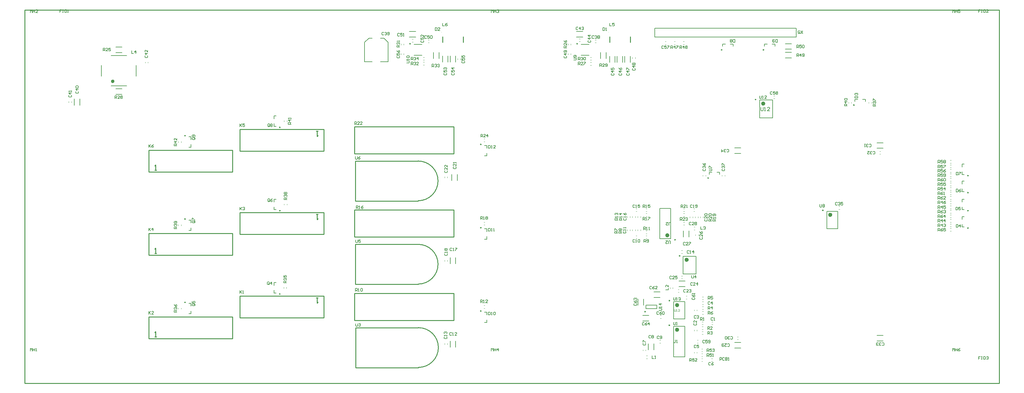
<source format=gto>
G04 Layer_Color=65535*
%FSLAX43Y43*%
%MOMM*%
G71*
G01*
G75*
%ADD28C,0.500*%
%ADD29C,0.150*%
%ADD30C,0.250*%
%ADD32C,0.200*%
%ADD36C,0.254*%
%ADD37C,0.178*%
%ADD38C,0.100*%
%ADD71C,0.600*%
D28*
X25500Y86950D02*
G03*
X25500Y86950I-250J0D01*
G01*
D29*
X30700Y95800D02*
Y95000D01*
X31233D01*
X31900D02*
Y95800D01*
X31500Y95400D01*
X32033D01*
X191600Y31050D02*
Y30383D01*
X191733Y30250D01*
X192000D01*
X192133Y30383D01*
Y31050D01*
X192800Y30250D02*
Y31050D01*
X192400Y30650D01*
X192933D01*
X168023Y103708D02*
Y102908D01*
X168556D01*
X169356Y103708D02*
X168823D01*
Y103308D01*
X169089Y103441D01*
X169223D01*
X169356Y103308D01*
Y103041D01*
X169223Y102908D01*
X168956D01*
X168823Y103041D01*
X182200Y21000D02*
X182867D01*
X183000Y21133D01*
Y21400D01*
X182867Y21533D01*
X182200D01*
X183000Y21800D02*
Y22066D01*
Y21933D01*
X182200D01*
X182334Y21800D01*
X183000Y22866D02*
X182200D01*
X182600Y22466D01*
Y22999D01*
X238500Y82200D02*
X239300D01*
Y82600D01*
X239167Y82733D01*
X238634D01*
X238500Y82600D01*
Y82200D01*
X238634Y83000D02*
X238500Y83133D01*
Y83400D01*
X238634Y83533D01*
X238767D01*
X238900Y83400D01*
Y83266D01*
Y83400D01*
X239034Y83533D01*
X239167D01*
X239300Y83400D01*
Y83133D01*
X239167Y83000D01*
X228421Y51493D02*
Y50827D01*
X228554Y50694D01*
X228821D01*
X228954Y50827D01*
Y51493D01*
X229221Y51360D02*
X229354Y51493D01*
X229620D01*
X229754Y51360D01*
Y51227D01*
X229620Y51093D01*
X229754Y50960D01*
Y50827D01*
X229620Y50694D01*
X229354D01*
X229221Y50827D01*
Y50960D01*
X229354Y51093D01*
X229221Y51227D01*
Y51360D01*
X229354Y51093D02*
X229620D01*
X166100Y102400D02*
Y101600D01*
X166500D01*
X166633Y101733D01*
Y102266D01*
X166500Y102400D01*
X166100D01*
X166900Y101600D02*
X167166D01*
X167033D01*
Y102400D01*
X166900Y102266D01*
X194100Y18100D02*
Y18900D01*
X194500D01*
X194633Y18766D01*
Y18500D01*
X194500Y18367D01*
X194100D01*
X194367D02*
X194633Y18100D01*
X194900D02*
X195166D01*
X195033D01*
Y18900D01*
X194900Y18766D01*
X211100Y82800D02*
Y82133D01*
X211233Y82000D01*
X211500D01*
X211633Y82133D01*
Y82800D01*
X211900Y82000D02*
X212166D01*
X212033D01*
Y82800D01*
X211900Y82666D01*
X213099Y82000D02*
X212566D01*
X213099Y82533D01*
Y82666D01*
X212966Y82800D01*
X212699D01*
X212566Y82666D01*
X95000Y26500D02*
Y27300D01*
X95400D01*
X95533Y27166D01*
Y26900D01*
X95400Y26767D01*
X95000D01*
X95267D02*
X95533Y26500D01*
X95800D02*
X96066D01*
X95933D01*
Y27300D01*
X95800Y27166D01*
X96466D02*
X96599Y27300D01*
X96866D01*
X96999Y27166D01*
Y26633D01*
X96866Y26500D01*
X96599D01*
X96466Y26633D01*
Y27166D01*
X180200Y7900D02*
Y7100D01*
X180733D01*
X181000D02*
X181266D01*
X181133D01*
Y7900D01*
X181000Y7766D01*
X103133Y100966D02*
X103000Y101100D01*
X102733D01*
X102600Y100966D01*
Y100433D01*
X102733Y100300D01*
X103000D01*
X103133Y100433D01*
X103400Y100966D02*
X103533Y101100D01*
X103800D01*
X103933Y100966D01*
Y100833D01*
X103800Y100700D01*
X103666D01*
X103800D01*
X103933Y100567D01*
Y100433D01*
X103800Y100300D01*
X103533D01*
X103400Y100433D01*
X104199D02*
X104333Y100300D01*
X104599D01*
X104733Y100433D01*
Y100966D01*
X104599Y101100D01*
X104333D01*
X104199Y100966D01*
Y100833D01*
X104333Y100700D01*
X104733D01*
X223500Y100700D02*
X222967Y101500D01*
Y100700D02*
X223500Y101500D01*
X222167Y100700D02*
X222700D01*
Y101100D01*
X222434Y100967D01*
X222300D01*
X222167Y101100D01*
Y101367D01*
X222300Y101500D01*
X222567D01*
X222700Y101367D01*
X10546Y107597D02*
X10013D01*
Y107197D01*
X10279D01*
X10013D01*
Y106798D01*
X10812Y107597D02*
X11079D01*
X10946D01*
Y106798D01*
X10812D01*
X11079D01*
X11479Y107597D02*
Y106798D01*
X11879D01*
X12012Y106931D01*
Y107464D01*
X11879Y107597D01*
X11479D01*
X12279Y106798D02*
X12545D01*
X12412D01*
Y107597D01*
X12279Y107464D01*
X186400Y17600D02*
Y16933D01*
X186533Y16800D01*
X186800D01*
X186933Y16933D01*
Y17600D01*
X187200Y16800D02*
X187466D01*
X187333D01*
Y17600D01*
X187200Y17466D01*
X186400Y24700D02*
Y24033D01*
X186533Y23900D01*
X186800D01*
X186933Y24033D01*
Y24700D01*
X187200Y23900D02*
X187466D01*
X187333D01*
Y24700D01*
X187200Y24566D01*
X187866D02*
X187999Y24700D01*
X188266D01*
X188399Y24566D01*
Y24433D01*
X188266Y24300D01*
X188133D01*
X188266D01*
X188399Y24167D01*
Y24033D01*
X188266Y23900D01*
X187999D01*
X187866Y24033D01*
X179833Y13666D02*
X179700Y13800D01*
X179433D01*
X179300Y13666D01*
Y13133D01*
X179433Y13000D01*
X179700D01*
X179833Y13133D01*
X180100Y13666D02*
X180233Y13800D01*
X180500D01*
X180633Y13666D01*
Y13533D01*
X180500Y13400D01*
X180633Y13267D01*
Y13133D01*
X180500Y13000D01*
X180233D01*
X180100Y13133D01*
Y13267D01*
X180233Y13400D01*
X180100Y13533D01*
Y13666D01*
X180233Y13400D02*
X180500D01*
X197733Y18766D02*
X197600Y18900D01*
X197333D01*
X197200Y18766D01*
Y18233D01*
X197333Y18100D01*
X197600D01*
X197733Y18233D01*
X198000Y18100D02*
X198266D01*
X198133D01*
Y18900D01*
X198000Y18766D01*
X95100Y17200D02*
Y16533D01*
X95233Y16400D01*
X95500D01*
X95633Y16533D01*
Y17200D01*
X95900Y17066D02*
X96033Y17200D01*
X96300D01*
X96433Y17066D01*
Y16933D01*
X96300Y16800D01*
X96166D01*
X96300D01*
X96433Y16667D01*
Y16533D01*
X96300Y16400D01*
X96033D01*
X95900Y16533D01*
X266559Y9264D02*
Y10063D01*
X266826Y9797D01*
X267092Y10063D01*
Y9264D01*
X267359Y10063D02*
Y9264D01*
Y9663D01*
X267892D01*
Y10063D01*
Y9264D01*
X268692Y10063D02*
X268425Y9930D01*
X268158Y9663D01*
Y9397D01*
X268292Y9264D01*
X268558D01*
X268692Y9397D01*
Y9530D01*
X268558Y9663D01*
X268158D01*
X22500Y95700D02*
Y96500D01*
X22900D01*
X23033Y96367D01*
Y96100D01*
X22900Y95967D01*
X22500D01*
X22767D02*
X23033Y95700D01*
X23833D02*
X23300D01*
X23833Y96233D01*
Y96367D01*
X23700Y96500D01*
X23433D01*
X23300Y96367D01*
X24633Y96500D02*
X24100D01*
Y96100D01*
X24366Y96233D01*
X24499D01*
X24633Y96100D01*
Y95833D01*
X24499Y95700D01*
X24233D01*
X24100Y95833D01*
X157700Y93100D02*
X158367D01*
X158500Y93233D01*
Y93500D01*
X158367Y93633D01*
X157700D01*
X158367Y93900D02*
X158500Y94033D01*
Y94300D01*
X158367Y94433D01*
X157834D01*
X157700Y94300D01*
Y94033D01*
X157834Y93900D01*
X157967D01*
X158100Y94033D01*
Y94433D01*
X61814Y26703D02*
Y25903D01*
Y26169D01*
X62347Y26703D01*
X61947Y26303D01*
X62347Y25903D01*
X62614D02*
X62880D01*
X62747D01*
Y26703D01*
X62614Y26569D01*
X262400Y43800D02*
Y44600D01*
X262800D01*
X262933Y44466D01*
Y44200D01*
X262800Y44067D01*
X262400D01*
X262667D02*
X262933Y43800D01*
X263733Y44600D02*
X263466Y44466D01*
X263200Y44200D01*
Y43933D01*
X263333Y43800D01*
X263600D01*
X263733Y43933D01*
Y44067D01*
X263600Y44200D01*
X263200D01*
X264533Y44600D02*
X263999D01*
Y44200D01*
X264266Y44333D01*
X264399D01*
X264533Y44200D01*
Y43933D01*
X264399Y43800D01*
X264133D01*
X263999Y43933D01*
X262400Y47700D02*
Y48500D01*
X262800D01*
X262933Y48366D01*
Y48100D01*
X262800Y47967D01*
X262400D01*
X262667D02*
X262933Y47700D01*
X263733Y48500D02*
X263466Y48366D01*
X263200Y48100D01*
Y47833D01*
X263333Y47700D01*
X263600D01*
X263733Y47833D01*
Y47967D01*
X263600Y48100D01*
X263200D01*
X264399Y47700D02*
Y48500D01*
X263999Y48100D01*
X264533D01*
X262400Y49000D02*
Y49800D01*
X262800D01*
X262933Y49666D01*
Y49400D01*
X262800Y49267D01*
X262400D01*
X262667D02*
X262933Y49000D01*
X263733Y49800D02*
X263466Y49666D01*
X263200Y49400D01*
Y49133D01*
X263333Y49000D01*
X263600D01*
X263733Y49133D01*
Y49267D01*
X263600Y49400D01*
X263200D01*
X263999Y49666D02*
X264133Y49800D01*
X264399D01*
X264533Y49666D01*
Y49533D01*
X264399Y49400D01*
X264266D01*
X264399D01*
X264533Y49267D01*
Y49133D01*
X264399Y49000D01*
X264133D01*
X263999Y49133D01*
X262400Y53000D02*
Y53800D01*
X262800D01*
X262933Y53666D01*
Y53400D01*
X262800Y53267D01*
X262400D01*
X262667D02*
X262933Y53000D01*
X263733Y53800D02*
X263466Y53666D01*
X263200Y53400D01*
Y53133D01*
X263333Y53000D01*
X263600D01*
X263733Y53133D01*
Y53267D01*
X263600Y53400D01*
X263200D01*
X264533Y53000D02*
X263999D01*
X264533Y53533D01*
Y53666D01*
X264399Y53800D01*
X264133D01*
X263999Y53666D01*
X262400Y54300D02*
Y55100D01*
X262800D01*
X262933Y54966D01*
Y54700D01*
X262800Y54567D01*
X262400D01*
X262667D02*
X262933Y54300D01*
X263733Y55100D02*
X263466Y54966D01*
X263200Y54700D01*
Y54433D01*
X263333Y54300D01*
X263600D01*
X263733Y54433D01*
Y54567D01*
X263600Y54700D01*
X263200D01*
X263999Y54300D02*
X264266D01*
X264133D01*
Y55100D01*
X263999Y54966D01*
X262400Y58200D02*
Y59000D01*
X262800D01*
X262933Y58866D01*
Y58600D01*
X262800Y58467D01*
X262400D01*
X262667D02*
X262933Y58200D01*
X263733Y59000D02*
X263466Y58866D01*
X263200Y58600D01*
Y58333D01*
X263333Y58200D01*
X263600D01*
X263733Y58333D01*
Y58467D01*
X263600Y58600D01*
X263200D01*
X263999Y58866D02*
X264133Y59000D01*
X264399D01*
X264533Y58866D01*
Y58333D01*
X264399Y58200D01*
X264133D01*
X263999Y58333D01*
Y58866D01*
X262400Y59500D02*
Y60300D01*
X262800D01*
X262933Y60166D01*
Y59900D01*
X262800Y59767D01*
X262400D01*
X262667D02*
X262933Y59500D01*
X263733Y60300D02*
X263200D01*
Y59900D01*
X263466Y60033D01*
X263600D01*
X263733Y59900D01*
Y59633D01*
X263600Y59500D01*
X263333D01*
X263200Y59633D01*
X263999D02*
X264133Y59500D01*
X264399D01*
X264533Y59633D01*
Y60166D01*
X264399Y60300D01*
X264133D01*
X263999Y60166D01*
Y60033D01*
X264133Y59900D01*
X264533D01*
X262400Y63400D02*
Y64200D01*
X262800D01*
X262933Y64066D01*
Y63800D01*
X262800Y63667D01*
X262400D01*
X262667D02*
X262933Y63400D01*
X263733Y64200D02*
X263200D01*
Y63800D01*
X263466Y63933D01*
X263600D01*
X263733Y63800D01*
Y63533D01*
X263600Y63400D01*
X263333D01*
X263200Y63533D01*
X263999Y64066D02*
X264133Y64200D01*
X264399D01*
X264533Y64066D01*
Y63933D01*
X264399Y63800D01*
X264533Y63667D01*
Y63533D01*
X264399Y63400D01*
X264133D01*
X263999Y63533D01*
Y63667D01*
X264133Y63800D01*
X263999Y63933D01*
Y64066D01*
X264133Y63800D02*
X264399D01*
X262400Y62000D02*
Y62800D01*
X262800D01*
X262933Y62666D01*
Y62400D01*
X262800Y62267D01*
X262400D01*
X262667D02*
X262933Y62000D01*
X263733Y62800D02*
X263200D01*
Y62400D01*
X263466Y62533D01*
X263600D01*
X263733Y62400D01*
Y62133D01*
X263600Y62000D01*
X263333D01*
X263200Y62133D01*
X263999Y62800D02*
X264533D01*
Y62666D01*
X263999Y62133D01*
Y62000D01*
X262400Y60800D02*
Y61600D01*
X262800D01*
X262933Y61466D01*
Y61200D01*
X262800Y61067D01*
X262400D01*
X262667D02*
X262933Y60800D01*
X263733Y61600D02*
X263200D01*
Y61200D01*
X263466Y61333D01*
X263600D01*
X263733Y61200D01*
Y60933D01*
X263600Y60800D01*
X263333D01*
X263200Y60933D01*
X264533Y61600D02*
X264266Y61466D01*
X263999Y61200D01*
Y60933D01*
X264133Y60800D01*
X264399D01*
X264533Y60933D01*
Y61067D01*
X264399Y61200D01*
X263999D01*
X262400Y56900D02*
Y57700D01*
X262800D01*
X262933Y57566D01*
Y57300D01*
X262800Y57167D01*
X262400D01*
X262667D02*
X262933Y56900D01*
X263733Y57700D02*
X263200D01*
Y57300D01*
X263466Y57433D01*
X263600D01*
X263733Y57300D01*
Y57033D01*
X263600Y56900D01*
X263333D01*
X263200Y57033D01*
X264533Y57700D02*
X263999D01*
Y57300D01*
X264266Y57433D01*
X264399D01*
X264533Y57300D01*
Y57033D01*
X264399Y56900D01*
X264133D01*
X263999Y57033D01*
X262400Y55600D02*
Y56400D01*
X262800D01*
X262933Y56266D01*
Y56000D01*
X262800Y55867D01*
X262400D01*
X262667D02*
X262933Y55600D01*
X263733Y56400D02*
X263200D01*
Y56000D01*
X263466Y56133D01*
X263600D01*
X263733Y56000D01*
Y55733D01*
X263600Y55600D01*
X263333D01*
X263200Y55733D01*
X264399Y55600D02*
Y56400D01*
X263999Y56000D01*
X264533D01*
X196000Y9100D02*
Y9900D01*
X196400D01*
X196533Y9766D01*
Y9500D01*
X196400Y9367D01*
X196000D01*
X196267D02*
X196533Y9100D01*
X197333Y9900D02*
X196800D01*
Y9500D01*
X197066Y9633D01*
X197200D01*
X197333Y9500D01*
Y9233D01*
X197200Y9100D01*
X196933D01*
X196800Y9233D01*
X197599Y9766D02*
X197733Y9900D01*
X197999D01*
X198133Y9766D01*
Y9633D01*
X197999Y9500D01*
X197866D01*
X197999D01*
X198133Y9367D01*
Y9233D01*
X197999Y9100D01*
X197733D01*
X197599Y9233D01*
X191000Y6300D02*
Y7100D01*
X191400D01*
X191533Y6966D01*
Y6700D01*
X191400Y6567D01*
X191000D01*
X191267D02*
X191533Y6300D01*
X192333Y7100D02*
X191800D01*
Y6700D01*
X192066Y6833D01*
X192200D01*
X192333Y6700D01*
Y6433D01*
X192200Y6300D01*
X191933D01*
X191800Y6433D01*
X193133Y6300D02*
X192599D01*
X193133Y6833D01*
Y6966D01*
X192999Y7100D01*
X192733D01*
X192599Y6966D01*
X196000Y7700D02*
Y8500D01*
X196400D01*
X196533Y8366D01*
Y8100D01*
X196400Y7967D01*
X196000D01*
X196267D02*
X196533Y7700D01*
X197333Y8500D02*
X196800D01*
Y8100D01*
X197066Y8233D01*
X197200D01*
X197333Y8100D01*
Y7833D01*
X197200Y7700D01*
X196933D01*
X196800Y7833D01*
X197599Y7700D02*
X197866D01*
X197733D01*
Y8500D01*
X197599Y8366D01*
X133200Y68500D02*
Y67700D01*
X133600D01*
X133733Y67833D01*
Y68366D01*
X133600Y68500D01*
X133200D01*
X134000Y67700D02*
X134266D01*
X134133D01*
Y68500D01*
X134000Y68366D01*
X135199Y67700D02*
X134666D01*
X135199Y68233D01*
Y68366D01*
X135066Y68500D01*
X134799D01*
X134666Y68366D01*
X133200Y44600D02*
Y43800D01*
X133600D01*
X133733Y43933D01*
Y44466D01*
X133600Y44600D01*
X133200D01*
X134000Y43800D02*
X134266D01*
X134133D01*
Y44600D01*
X134000Y44466D01*
X134666Y43800D02*
X134933D01*
X134799D01*
Y44600D01*
X134666Y44466D01*
X133200Y20500D02*
Y19700D01*
X133600D01*
X133733Y19833D01*
Y20366D01*
X133600Y20500D01*
X133200D01*
X134000Y19700D02*
X134266D01*
X134133D01*
Y20500D01*
X134000Y20366D01*
X134666D02*
X134799Y20500D01*
X135066D01*
X135199Y20366D01*
Y19833D01*
X135066Y19700D01*
X134799D01*
X134666Y19833D01*
Y20366D01*
X177933Y17366D02*
X177800Y17500D01*
X177533D01*
X177400Y17366D01*
Y16833D01*
X177533Y16700D01*
X177800D01*
X177933Y16833D01*
X178733Y17500D02*
X178466Y17366D01*
X178200Y17100D01*
Y16833D01*
X178333Y16700D01*
X178600D01*
X178733Y16833D01*
Y16967D01*
X178600Y17100D01*
X178200D01*
X179399Y16700D02*
Y17500D01*
X178999Y17100D01*
X179533D01*
X175134Y22933D02*
X175000Y22800D01*
Y22533D01*
X175134Y22400D01*
X175667D01*
X175800Y22533D01*
Y22800D01*
X175667Y22933D01*
X175000Y23733D02*
X175134Y23466D01*
X175400Y23200D01*
X175667D01*
X175800Y23333D01*
Y23600D01*
X175667Y23733D01*
X175533D01*
X175400Y23600D01*
Y23200D01*
X175134Y23999D02*
X175000Y24133D01*
Y24399D01*
X175134Y24533D01*
X175267D01*
X175400Y24399D01*
Y24266D01*
Y24399D01*
X175533Y24533D01*
X175667D01*
X175800Y24399D01*
Y24133D01*
X175667Y23999D01*
X180086Y27785D02*
X179953Y27918D01*
X179686D01*
X179553Y27785D01*
Y27252D01*
X179686Y27118D01*
X179953D01*
X180086Y27252D01*
X180886Y27918D02*
X180619Y27785D01*
X180353Y27518D01*
Y27252D01*
X180486Y27118D01*
X180752D01*
X180886Y27252D01*
Y27385D01*
X180752Y27518D01*
X180353D01*
X181685Y27118D02*
X181152D01*
X181685Y27652D01*
Y27785D01*
X181552Y27918D01*
X181286D01*
X181152Y27785D01*
X191834Y24633D02*
X191700Y24500D01*
Y24233D01*
X191834Y24100D01*
X192367D01*
X192500Y24233D01*
Y24500D01*
X192367Y24633D01*
X191700Y25433D02*
X191834Y25166D01*
X192100Y24900D01*
X192367D01*
X192500Y25033D01*
Y25300D01*
X192367Y25433D01*
X192233D01*
X192100Y25300D01*
Y24900D01*
X192500Y25699D02*
Y25966D01*
Y25833D01*
X191700D01*
X191834Y25699D01*
X182133Y20466D02*
X182000Y20600D01*
X181733D01*
X181600Y20466D01*
Y19933D01*
X181733Y19800D01*
X182000D01*
X182133Y19933D01*
X182933Y20600D02*
X182666Y20466D01*
X182400Y20200D01*
Y19933D01*
X182533Y19800D01*
X182800D01*
X182933Y19933D01*
Y20067D01*
X182800Y20200D01*
X182400D01*
X183199Y20466D02*
X183333Y20600D01*
X183599D01*
X183733Y20466D01*
Y19933D01*
X183599Y19800D01*
X183333D01*
X183199Y19933D01*
Y20466D01*
X195333Y12266D02*
X195200Y12400D01*
X194933D01*
X194800Y12266D01*
Y11733D01*
X194933Y11600D01*
X195200D01*
X195333Y11733D01*
X196133Y12400D02*
X195600D01*
Y12000D01*
X195866Y12133D01*
X196000D01*
X196133Y12000D01*
Y11733D01*
X196000Y11600D01*
X195733D01*
X195600Y11733D01*
X196399D02*
X196533Y11600D01*
X196799D01*
X196933Y11733D01*
Y12266D01*
X196799Y12400D01*
X196533D01*
X196399Y12266D01*
Y12133D01*
X196533Y12000D01*
X196933D01*
X109700Y92300D02*
X110367D01*
X110500Y92433D01*
Y92700D01*
X110367Y92833D01*
X109700D01*
X110500Y93100D02*
Y93366D01*
Y93233D01*
X109700D01*
X109834Y93100D01*
Y93766D02*
X109700Y93899D01*
Y94166D01*
X109834Y94299D01*
X110367D01*
X110500Y94166D01*
Y93899D01*
X110367Y93766D01*
X109834D01*
X196600Y61200D02*
X197267D01*
X197400Y61333D01*
Y61600D01*
X197267Y61733D01*
X196600D01*
Y62000D02*
Y62533D01*
X196734D01*
X197267Y62000D01*
X197400D01*
X95000Y65300D02*
Y64633D01*
X95133Y64500D01*
X95400D01*
X95533Y64633D01*
Y65300D01*
X96333D02*
X96066Y65166D01*
X95800Y64900D01*
Y64633D01*
X95933Y64500D01*
X96200D01*
X96333Y64633D01*
Y64767D01*
X96200Y64900D01*
X95800D01*
X95100Y41300D02*
Y40633D01*
X95233Y40500D01*
X95500D01*
X95633Y40633D01*
Y41300D01*
X96433D02*
X95900D01*
Y40900D01*
X96166Y41033D01*
X96300D01*
X96433Y40900D01*
Y40633D01*
X96300Y40500D01*
X96033D01*
X95900Y40633D01*
X185500Y40200D02*
Y40867D01*
X185367Y41000D01*
X185100D01*
X184967Y40867D01*
Y40200D01*
X184167Y41000D02*
X184700D01*
X184167Y40467D01*
Y40334D01*
X184300Y40200D01*
X184567D01*
X184700Y40334D01*
X221800Y96600D02*
Y97400D01*
X222200D01*
X222333Y97266D01*
Y97000D01*
X222200Y96867D01*
X221800D01*
X222067D02*
X222333Y96600D01*
X223133Y97400D02*
X222600D01*
Y97000D01*
X222866Y97133D01*
X223000D01*
X223133Y97000D01*
Y96733D01*
X223000Y96600D01*
X222733D01*
X222600Y96733D01*
X223399Y97266D02*
X223533Y97400D01*
X223799D01*
X223933Y97266D01*
Y96733D01*
X223799Y96600D01*
X223533D01*
X223399Y96733D01*
Y97266D01*
X221800Y94100D02*
Y94900D01*
X222200D01*
X222333Y94766D01*
Y94500D01*
X222200Y94367D01*
X221800D01*
X222067D02*
X222333Y94100D01*
X223000D02*
Y94900D01*
X222600Y94500D01*
X223133D01*
X223399Y94233D02*
X223533Y94100D01*
X223799D01*
X223933Y94233D01*
Y94766D01*
X223799Y94900D01*
X223533D01*
X223399Y94766D01*
Y94633D01*
X223533Y94500D01*
X223933D01*
X188200Y96400D02*
Y97200D01*
X188600D01*
X188733Y97066D01*
Y96800D01*
X188600Y96667D01*
X188200D01*
X188467D02*
X188733Y96400D01*
X189400D02*
Y97200D01*
X189000Y96800D01*
X189533D01*
X189799Y97066D02*
X189933Y97200D01*
X190199D01*
X190333Y97066D01*
Y96933D01*
X190199Y96800D01*
X190333Y96667D01*
Y96533D01*
X190199Y96400D01*
X189933D01*
X189799Y96533D01*
Y96667D01*
X189933Y96800D01*
X189799Y96933D01*
Y97066D01*
X189933Y96800D02*
X190199D01*
X185600Y96400D02*
Y97200D01*
X186000D01*
X186133Y97066D01*
Y96800D01*
X186000Y96667D01*
X185600D01*
X185867D02*
X186133Y96400D01*
X186800D02*
Y97200D01*
X186400Y96800D01*
X186933D01*
X187199Y97200D02*
X187733D01*
Y97066D01*
X187199Y96533D01*
Y96400D01*
X262400Y51700D02*
Y52500D01*
X262800D01*
X262933Y52366D01*
Y52100D01*
X262800Y51967D01*
X262400D01*
X262667D02*
X262933Y51700D01*
X263600D02*
Y52500D01*
X263200Y52100D01*
X263733D01*
X264533Y52500D02*
X264266Y52366D01*
X263999Y52100D01*
Y51833D01*
X264133Y51700D01*
X264399D01*
X264533Y51833D01*
Y51967D01*
X264399Y52100D01*
X263999D01*
X262400Y50300D02*
Y51100D01*
X262800D01*
X262933Y50966D01*
Y50700D01*
X262800Y50567D01*
X262400D01*
X262667D02*
X262933Y50300D01*
X263600D02*
Y51100D01*
X263200Y50700D01*
X263733D01*
X264533Y51100D02*
X263999D01*
Y50700D01*
X264266Y50833D01*
X264399D01*
X264533Y50700D01*
Y50433D01*
X264399Y50300D01*
X264133D01*
X263999Y50433D01*
X262400Y46400D02*
Y47200D01*
X262800D01*
X262933Y47066D01*
Y46800D01*
X262800Y46667D01*
X262400D01*
X262667D02*
X262933Y46400D01*
X263600D02*
Y47200D01*
X263200Y46800D01*
X263733D01*
X264399Y46400D02*
Y47200D01*
X263999Y46800D01*
X264533D01*
X262400Y45100D02*
Y45900D01*
X262800D01*
X262933Y45766D01*
Y45500D01*
X262800Y45367D01*
X262400D01*
X262667D02*
X262933Y45100D01*
X263600D02*
Y45900D01*
X263200Y45500D01*
X263733D01*
X263999Y45766D02*
X264133Y45900D01*
X264399D01*
X264533Y45766D01*
Y45633D01*
X264399Y45500D01*
X264266D01*
X264399D01*
X264533Y45367D01*
Y45233D01*
X264399Y45100D01*
X264133D01*
X263999Y45233D01*
X43700Y68400D02*
X42900D01*
Y68800D01*
X43034Y68933D01*
X43300D01*
X43433Y68800D01*
Y68400D01*
Y68667D02*
X43700Y68933D01*
Y69600D02*
X42900D01*
X43300Y69200D01*
Y69733D01*
X43700Y70533D02*
Y69999D01*
X43167Y70533D01*
X43034D01*
X42900Y70399D01*
Y70133D01*
X43034Y69999D01*
X76500Y74600D02*
X75700D01*
Y75000D01*
X75834Y75133D01*
X76100D01*
X76233Y75000D01*
Y74600D01*
Y74867D02*
X76500Y75133D01*
Y75800D02*
X75700D01*
X76100Y75400D01*
Y75933D01*
X76500Y76199D02*
Y76466D01*
Y76333D01*
X75700D01*
X75834Y76199D01*
X236300Y79900D02*
X235500D01*
Y80300D01*
X235634Y80433D01*
X235900D01*
X236034Y80300D01*
Y79900D01*
Y80167D02*
X236300Y80433D01*
Y81100D02*
X235500D01*
X235900Y80700D01*
Y81233D01*
X235634Y81499D02*
X235500Y81633D01*
Y81899D01*
X235634Y82033D01*
X236167D01*
X236300Y81899D01*
Y81633D01*
X236167Y81499D01*
X235634D01*
X43700Y44500D02*
X42900D01*
Y44900D01*
X43034Y45033D01*
X43300D01*
X43433Y44900D01*
Y44500D01*
Y44767D02*
X43700Y45033D01*
X43034Y45300D02*
X42900Y45433D01*
Y45700D01*
X43034Y45833D01*
X43167D01*
X43300Y45700D01*
Y45566D01*
Y45700D01*
X43433Y45833D01*
X43567D01*
X43700Y45700D01*
Y45433D01*
X43567Y45300D01*
Y46099D02*
X43700Y46233D01*
Y46499D01*
X43567Y46633D01*
X43034D01*
X42900Y46499D01*
Y46233D01*
X43034Y46099D01*
X43167D01*
X43300Y46233D01*
Y46633D01*
X75300Y52900D02*
X74500D01*
Y53300D01*
X74634Y53433D01*
X74900D01*
X75033Y53300D01*
Y52900D01*
Y53167D02*
X75300Y53433D01*
X74634Y53700D02*
X74500Y53833D01*
Y54100D01*
X74634Y54233D01*
X74767D01*
X74900Y54100D01*
Y53966D01*
Y54100D01*
X75033Y54233D01*
X75167D01*
X75300Y54100D01*
Y53833D01*
X75167Y53700D01*
X74634Y54499D02*
X74500Y54633D01*
Y54899D01*
X74634Y55033D01*
X74767D01*
X74900Y54899D01*
X75033Y55033D01*
X75167D01*
X75300Y54899D01*
Y54633D01*
X75167Y54499D01*
X75033D01*
X74900Y54633D01*
X74767Y54499D01*
X74634D01*
X74900Y54633D02*
Y54899D01*
X244500Y79800D02*
X243700D01*
Y80200D01*
X243834Y80333D01*
X244100D01*
X244234Y80200D01*
Y79800D01*
Y80067D02*
X244500Y80333D01*
X243834Y80600D02*
X243700Y80733D01*
Y81000D01*
X243834Y81133D01*
X243967D01*
X244100Y81000D01*
Y80866D01*
Y81000D01*
X244234Y81133D01*
X244367D01*
X244500Y81000D01*
Y80733D01*
X244367Y80600D01*
X243700Y81399D02*
Y81933D01*
X243834D01*
X244367Y81399D01*
X244500D01*
X43700Y20500D02*
X42900D01*
Y20900D01*
X43034Y21033D01*
X43300D01*
X43433Y20900D01*
Y20500D01*
Y20767D02*
X43700Y21033D01*
X43034Y21300D02*
X42900Y21433D01*
Y21700D01*
X43034Y21833D01*
X43167D01*
X43300Y21700D01*
Y21566D01*
Y21700D01*
X43433Y21833D01*
X43567D01*
X43700Y21700D01*
Y21433D01*
X43567Y21300D01*
X42900Y22633D02*
X43034Y22366D01*
X43300Y22099D01*
X43567D01*
X43700Y22233D01*
Y22499D01*
X43567Y22633D01*
X43433D01*
X43300Y22499D01*
Y22099D01*
X75200Y28900D02*
X74400D01*
Y29300D01*
X74534Y29433D01*
X74800D01*
X74933Y29300D01*
Y28900D01*
Y29167D02*
X75200Y29433D01*
X74534Y29700D02*
X74400Y29833D01*
Y30100D01*
X74534Y30233D01*
X74667D01*
X74800Y30100D01*
Y29966D01*
Y30100D01*
X74933Y30233D01*
X75067D01*
X75200Y30100D01*
Y29833D01*
X75067Y29700D01*
X74400Y31033D02*
Y30499D01*
X74800D01*
X74667Y30766D01*
Y30899D01*
X74800Y31033D01*
X75067D01*
X75200Y30899D01*
Y30633D01*
X75067Y30499D01*
X111000Y93100D02*
Y93900D01*
X111400D01*
X111533Y93766D01*
Y93500D01*
X111400Y93367D01*
X111000D01*
X111267D02*
X111533Y93100D01*
X111800Y93766D02*
X111933Y93900D01*
X112200D01*
X112333Y93766D01*
Y93633D01*
X112200Y93500D01*
X112066D01*
X112200D01*
X112333Y93367D01*
Y93233D01*
X112200Y93100D01*
X111933D01*
X111800Y93233D01*
X112999Y93100D02*
Y93900D01*
X112599Y93500D01*
X113133D01*
X117000Y91100D02*
Y91900D01*
X117400D01*
X117533Y91766D01*
Y91500D01*
X117400Y91367D01*
X117000D01*
X117267D02*
X117533Y91100D01*
X117800Y91766D02*
X117933Y91900D01*
X118200D01*
X118333Y91766D01*
Y91633D01*
X118200Y91500D01*
X118066D01*
X118200D01*
X118333Y91367D01*
Y91233D01*
X118200Y91100D01*
X117933D01*
X117800Y91233D01*
X118599Y91766D02*
X118733Y91900D01*
X118999D01*
X119133Y91766D01*
Y91633D01*
X118999Y91500D01*
X118866D01*
X118999D01*
X119133Y91367D01*
Y91233D01*
X118999Y91100D01*
X118733D01*
X118599Y91233D01*
X111000Y91700D02*
Y92500D01*
X111400D01*
X111533Y92366D01*
Y92100D01*
X111400Y91967D01*
X111000D01*
X111267D02*
X111533Y91700D01*
X111800Y92366D02*
X111933Y92500D01*
X112200D01*
X112333Y92366D01*
Y92233D01*
X112200Y92100D01*
X112066D01*
X112200D01*
X112333Y91967D01*
Y91833D01*
X112200Y91700D01*
X111933D01*
X111800Y91833D01*
X113133Y91700D02*
X112599D01*
X113133Y92233D01*
Y92366D01*
X112999Y92500D01*
X112733D01*
X112599Y92366D01*
X107700Y96800D02*
X106900D01*
Y97200D01*
X107034Y97333D01*
X107300D01*
X107433Y97200D01*
Y96800D01*
Y97067D02*
X107700Y97333D01*
X107034Y97600D02*
X106900Y97733D01*
Y98000D01*
X107034Y98133D01*
X107167D01*
X107300Y98000D01*
Y97866D01*
Y98000D01*
X107433Y98133D01*
X107567D01*
X107700Y98000D01*
Y97733D01*
X107567Y97600D01*
X107700Y98399D02*
Y98666D01*
Y98533D01*
X106900D01*
X107034Y98399D01*
X159000Y93100D02*
Y93900D01*
X159400D01*
X159533Y93766D01*
Y93500D01*
X159400Y93367D01*
X159000D01*
X159267D02*
X159533Y93100D01*
X159800Y93766D02*
X159933Y93900D01*
X160200D01*
X160333Y93766D01*
Y93633D01*
X160200Y93500D01*
X160066D01*
X160200D01*
X160333Y93367D01*
Y93233D01*
X160200Y93100D01*
X159933D01*
X159800Y93233D01*
X160599Y93766D02*
X160733Y93900D01*
X160999D01*
X161133Y93766D01*
Y93233D01*
X160999Y93100D01*
X160733D01*
X160599Y93233D01*
Y93766D01*
X165200Y91200D02*
Y92000D01*
X165600D01*
X165733Y91866D01*
Y91600D01*
X165600Y91467D01*
X165200D01*
X165467D02*
X165733Y91200D01*
X166533D02*
X166000D01*
X166533Y91733D01*
Y91866D01*
X166400Y92000D01*
X166133D01*
X166000Y91866D01*
X166799Y91333D02*
X166933Y91200D01*
X167199D01*
X167333Y91333D01*
Y91866D01*
X167199Y92000D01*
X166933D01*
X166799Y91866D01*
Y91733D01*
X166933Y91600D01*
X167333D01*
X25900Y82000D02*
Y82800D01*
X26300D01*
X26433Y82667D01*
Y82400D01*
X26300Y82267D01*
X25900D01*
X26167D02*
X26433Y82000D01*
X27233D02*
X26700D01*
X27233Y82533D01*
Y82667D01*
X27100Y82800D01*
X26833D01*
X26700Y82667D01*
X27500D02*
X27633Y82800D01*
X27899D01*
X28033Y82667D01*
Y82533D01*
X27899Y82400D01*
X28033Y82267D01*
Y82133D01*
X27899Y82000D01*
X27633D01*
X27500Y82133D01*
Y82267D01*
X27633Y82400D01*
X27500Y82533D01*
Y82667D01*
X27633Y82400D02*
X27899D01*
X159000Y91700D02*
Y92500D01*
X159400D01*
X159533Y92366D01*
Y92100D01*
X159400Y91967D01*
X159000D01*
X159267D02*
X159533Y91700D01*
X160333D02*
X159800D01*
X160333Y92233D01*
Y92366D01*
X160200Y92500D01*
X159933D01*
X159800Y92366D01*
X160599Y92500D02*
X161133D01*
Y92366D01*
X160599Y91833D01*
Y91700D01*
X155700Y96600D02*
X154900D01*
Y97000D01*
X155034Y97133D01*
X155300D01*
X155433Y97000D01*
Y96600D01*
Y96867D02*
X155700Y97133D01*
Y97933D02*
Y97400D01*
X155167Y97933D01*
X155034D01*
X154900Y97800D01*
Y97533D01*
X155034Y97400D01*
X154900Y98733D02*
X155034Y98466D01*
X155300Y98199D01*
X155567D01*
X155700Y98333D01*
Y98599D01*
X155567Y98733D01*
X155433D01*
X155300Y98599D01*
Y98199D01*
X131000Y70900D02*
Y71700D01*
X131400D01*
X131533Y71566D01*
Y71300D01*
X131400Y71167D01*
X131000D01*
X131267D02*
X131533Y70900D01*
X132333D02*
X131800D01*
X132333Y71433D01*
Y71566D01*
X132200Y71700D01*
X131933D01*
X131800Y71566D01*
X132999Y70900D02*
Y71700D01*
X132599Y71300D01*
X133133D01*
X188300Y46900D02*
Y47700D01*
X188700D01*
X188833Y47566D01*
Y47300D01*
X188700Y47167D01*
X188300D01*
X188567D02*
X188833Y46900D01*
X189633D02*
X189100D01*
X189633Y47433D01*
Y47566D01*
X189500Y47700D01*
X189233D01*
X189100Y47566D01*
X189899D02*
X190033Y47700D01*
X190299D01*
X190433Y47566D01*
Y47433D01*
X190299Y47300D01*
X190166D01*
X190299D01*
X190433Y47167D01*
Y47033D01*
X190299Y46900D01*
X190033D01*
X189899Y47033D01*
X94800Y74500D02*
Y75300D01*
X95200D01*
X95333Y75166D01*
Y74900D01*
X95200Y74767D01*
X94800D01*
X95067D02*
X95333Y74500D01*
X96133D02*
X95600D01*
X96133Y75033D01*
Y75166D01*
X96000Y75300D01*
X95733D01*
X95600Y75166D01*
X96933Y74500D02*
X96399D01*
X96933Y75033D01*
Y75166D01*
X96799Y75300D01*
X96533D01*
X96399Y75166D01*
X188500Y50600D02*
Y51400D01*
X188900D01*
X189033Y51266D01*
Y51000D01*
X188900Y50867D01*
X188500D01*
X188767D02*
X189033Y50600D01*
X189833D02*
X189300D01*
X189833Y51133D01*
Y51266D01*
X189700Y51400D01*
X189433D01*
X189300Y51266D01*
X190099Y50600D02*
X190366D01*
X190233D01*
Y51400D01*
X190099Y51266D01*
X197300Y46700D02*
X196500D01*
Y47100D01*
X196634Y47233D01*
X196900D01*
X197033Y47100D01*
Y46700D01*
Y46967D02*
X197300Y47233D01*
Y48033D02*
Y47500D01*
X196767Y48033D01*
X196634D01*
X196500Y47900D01*
Y47633D01*
X196634Y47500D01*
Y48299D02*
X196500Y48433D01*
Y48699D01*
X196634Y48833D01*
X197167D01*
X197300Y48699D01*
Y48433D01*
X197167Y48299D01*
X196634D01*
X198500Y46700D02*
X197700D01*
Y47100D01*
X197834Y47233D01*
X198100D01*
X198233Y47100D01*
Y46700D01*
Y46967D02*
X198500Y47233D01*
Y47500D02*
Y47766D01*
Y47633D01*
X197700D01*
X197834Y47500D01*
X198367Y48166D02*
X198500Y48299D01*
Y48566D01*
X198367Y48699D01*
X197834D01*
X197700Y48566D01*
Y48299D01*
X197834Y48166D01*
X197967D01*
X198100Y48299D01*
Y48699D01*
X130951Y47205D02*
Y48005D01*
X131351D01*
X131484Y47871D01*
Y47605D01*
X131351Y47471D01*
X130951D01*
X131218D02*
X131484Y47205D01*
X131751D02*
X132018D01*
X131884D01*
Y48005D01*
X131751Y47871D01*
X132417D02*
X132551Y48005D01*
X132817D01*
X132951Y47871D01*
Y47738D01*
X132817Y47605D01*
X132951Y47471D01*
Y47338D01*
X132817Y47205D01*
X132551D01*
X132417Y47338D01*
Y47471D01*
X132551Y47605D01*
X132417Y47738D01*
Y47871D01*
X132551Y47605D02*
X132817D01*
X177600Y47000D02*
Y47800D01*
X178000D01*
X178133Y47666D01*
Y47400D01*
X178000Y47267D01*
X177600D01*
X177867D02*
X178133Y47000D01*
X178400D02*
X178666D01*
X178533D01*
Y47800D01*
X178400Y47666D01*
X179066Y47800D02*
X179599D01*
Y47666D01*
X179066Y47133D01*
Y47000D01*
X95200Y50300D02*
Y51100D01*
X95600D01*
X95733Y50966D01*
Y50700D01*
X95600Y50567D01*
X95200D01*
X95467D02*
X95733Y50300D01*
X96000D02*
X96266D01*
X96133D01*
Y51100D01*
X96000Y50966D01*
X97199Y51100D02*
X96933Y50966D01*
X96666Y50700D01*
Y50433D01*
X96799Y50300D01*
X97066D01*
X97199Y50433D01*
Y50567D01*
X97066Y50700D01*
X96666D01*
X177600Y50600D02*
Y51400D01*
X178000D01*
X178133Y51266D01*
Y51000D01*
X178000Y50867D01*
X177600D01*
X177867D02*
X178133Y50600D01*
X178400D02*
X178666D01*
X178533D01*
Y51400D01*
X178400Y51266D01*
X179599Y51400D02*
X179066D01*
Y51000D01*
X179333Y51133D01*
X179466D01*
X179599Y51000D01*
Y50733D01*
X179466Y50600D01*
X179199D01*
X179066Y50733D01*
X171600Y47000D02*
X170800D01*
Y47400D01*
X170934Y47533D01*
X171200D01*
X171333Y47400D01*
Y47000D01*
Y47267D02*
X171600Y47533D01*
Y47800D02*
Y48066D01*
Y47933D01*
X170800D01*
X170934Y47800D01*
X171600Y48866D02*
X170800D01*
X171200Y48466D01*
Y48999D01*
X170400Y47000D02*
X169600D01*
Y47400D01*
X169734Y47533D01*
X170000D01*
X170133Y47400D01*
Y47000D01*
Y47267D02*
X170400Y47533D01*
Y47800D02*
Y48066D01*
Y47933D01*
X169600D01*
X169734Y47800D01*
Y48466D02*
X169600Y48599D01*
Y48866D01*
X169734Y48999D01*
X169867D01*
X170000Y48866D01*
Y48733D01*
Y48866D01*
X170133Y48999D01*
X170267D01*
X170400Y48866D01*
Y48599D01*
X170267Y48466D01*
X130954Y23203D02*
Y24003D01*
X131354D01*
X131488Y23870D01*
Y23603D01*
X131354Y23470D01*
X130954D01*
X131221D02*
X131488Y23203D01*
X131754D02*
X132021D01*
X131887D01*
Y24003D01*
X131754Y23870D01*
X132954Y23203D02*
X132421D01*
X132954Y23737D01*
Y23870D01*
X132820Y24003D01*
X132554D01*
X132421Y23870D01*
X177800Y44200D02*
Y45000D01*
X178200D01*
X178333Y44866D01*
Y44600D01*
X178200Y44467D01*
X177800D01*
X178067D02*
X178333Y44200D01*
X178600D02*
X178866D01*
X178733D01*
Y45000D01*
X178600Y44866D01*
X179266Y44200D02*
X179533D01*
X179399D01*
Y45000D01*
X179266Y44866D01*
X177900Y40600D02*
Y41400D01*
X178300D01*
X178433Y41266D01*
Y41000D01*
X178300Y40867D01*
X177900D01*
X178167D02*
X178433Y40600D01*
X178700Y40733D02*
X178833Y40600D01*
X179100D01*
X179233Y40733D01*
Y41266D01*
X179100Y41400D01*
X178833D01*
X178700Y41266D01*
Y41133D01*
X178833Y41000D01*
X179233D01*
X171500Y43200D02*
X170700D01*
Y43600D01*
X170834Y43733D01*
X171100D01*
X171233Y43600D01*
Y43200D01*
Y43467D02*
X171500Y43733D01*
X170834Y44000D02*
X170700Y44133D01*
Y44400D01*
X170834Y44533D01*
X170967D01*
X171100Y44400D01*
X171233Y44533D01*
X171367D01*
X171500Y44400D01*
Y44133D01*
X171367Y44000D01*
X171233D01*
X171100Y44133D01*
X170967Y44000D01*
X170834D01*
X171100Y44133D02*
Y44400D01*
X170300Y43200D02*
X169500D01*
Y43600D01*
X169634Y43733D01*
X169900D01*
X170033Y43600D01*
Y43200D01*
Y43467D02*
X170300Y43733D01*
X169500Y44000D02*
Y44533D01*
X169634D01*
X170167Y44000D01*
X170300D01*
X196300Y19900D02*
Y20700D01*
X196700D01*
X196833Y20566D01*
Y20300D01*
X196700Y20167D01*
X196300D01*
X196567D02*
X196833Y19900D01*
X197633Y20700D02*
X197366Y20566D01*
X197100Y20300D01*
Y20033D01*
X197233Y19900D01*
X197500D01*
X197633Y20033D01*
Y20167D01*
X197500Y20300D01*
X197100D01*
X196300Y24200D02*
Y25000D01*
X196700D01*
X196833Y24866D01*
Y24600D01*
X196700Y24467D01*
X196300D01*
X196567D02*
X196833Y24200D01*
X197633Y25000D02*
X197100D01*
Y24600D01*
X197366Y24733D01*
X197500D01*
X197633Y24600D01*
Y24333D01*
X197500Y24200D01*
X197233D01*
X197100Y24333D01*
X196300Y21300D02*
Y22100D01*
X196700D01*
X196833Y21966D01*
Y21700D01*
X196700Y21567D01*
X196300D01*
X196567D02*
X196833Y21300D01*
X197500D02*
Y22100D01*
X197100Y21700D01*
X197633D01*
X196200Y14100D02*
Y14900D01*
X196600D01*
X196733Y14766D01*
Y14500D01*
X196600Y14367D01*
X196200D01*
X196467D02*
X196733Y14100D01*
X197000Y14766D02*
X197133Y14900D01*
X197400D01*
X197533Y14766D01*
Y14633D01*
X197400Y14500D01*
X197266D01*
X197400D01*
X197533Y14367D01*
Y14233D01*
X197400Y14100D01*
X197133D01*
X197000Y14233D01*
X196200Y15500D02*
Y16300D01*
X196600D01*
X196733Y16166D01*
Y15900D01*
X196600Y15767D01*
X196200D01*
X196467D02*
X196733Y15500D01*
X197533D02*
X197000D01*
X197533Y16033D01*
Y16166D01*
X197400Y16300D01*
X197133D01*
X197000Y16166D01*
X48767Y70733D02*
X48234D01*
X48100Y70600D01*
Y70333D01*
X48234Y70200D01*
X48767D01*
X48900Y70333D01*
Y70600D01*
X48633Y70467D02*
X48900Y70733D01*
Y70600D02*
X48767Y70733D01*
Y71000D02*
X48900Y71133D01*
Y71400D01*
X48767Y71533D01*
X48234D01*
X48100Y71400D01*
Y71133D01*
X48234Y71000D01*
X48367D01*
X48500Y71133D01*
Y71533D01*
X70333Y74033D02*
Y74566D01*
X70200Y74700D01*
X69933D01*
X69800Y74566D01*
Y74033D01*
X69933Y73900D01*
X70200D01*
X70067Y74167D02*
X70333Y73900D01*
X70200D02*
X70333Y74033D01*
X70600Y74566D02*
X70733Y74700D01*
X71000D01*
X71133Y74566D01*
Y74433D01*
X71000Y74300D01*
X71133Y74167D01*
Y74033D01*
X71000Y73900D01*
X70733D01*
X70600Y74033D01*
Y74167D01*
X70733Y74300D01*
X70600Y74433D01*
Y74566D01*
X70733Y74300D02*
X71000D01*
X48767Y46733D02*
X48234D01*
X48100Y46600D01*
Y46333D01*
X48234Y46200D01*
X48767D01*
X48900Y46333D01*
Y46600D01*
X48633Y46467D02*
X48900Y46733D01*
Y46600D02*
X48767Y46733D01*
X48100Y47000D02*
Y47533D01*
X48234D01*
X48767Y47000D01*
X48900D01*
X70333Y52433D02*
Y52966D01*
X70200Y53100D01*
X69933D01*
X69800Y52966D01*
Y52433D01*
X69933Y52300D01*
X70200D01*
X70067Y52567D02*
X70333Y52300D01*
X70200D02*
X70333Y52433D01*
X71133Y53100D02*
X70866Y52966D01*
X70600Y52700D01*
Y52433D01*
X70733Y52300D01*
X71000D01*
X71133Y52433D01*
Y52567D01*
X71000Y52700D01*
X70600D01*
X48767Y22833D02*
X48234D01*
X48100Y22700D01*
Y22433D01*
X48234Y22300D01*
X48767D01*
X48900Y22433D01*
Y22700D01*
X48633Y22567D02*
X48900Y22833D01*
Y22700D02*
X48767Y22833D01*
X48100Y23633D02*
Y23100D01*
X48500D01*
X48367Y23366D01*
Y23500D01*
X48500Y23633D01*
X48767D01*
X48900Y23500D01*
Y23233D01*
X48767Y23100D01*
X70233Y28533D02*
Y29066D01*
X70100Y29200D01*
X69833D01*
X69700Y29066D01*
Y28533D01*
X69833Y28400D01*
X70100D01*
X69967Y28667D02*
X70233Y28400D01*
X70100D02*
X70233Y28533D01*
X70900Y28400D02*
Y29200D01*
X70500Y28800D01*
X71033D01*
X199685Y6602D02*
Y7402D01*
X200085D01*
X200218Y7269D01*
Y7002D01*
X200085Y6869D01*
X199685D01*
X201018Y7269D02*
X200885Y7402D01*
X200618D01*
X200485Y7269D01*
Y6735D01*
X200618Y6602D01*
X200885D01*
X201018Y6735D01*
X201285Y7402D02*
Y6602D01*
X201685D01*
X201818Y6735D01*
Y6869D01*
X201685Y7002D01*
X201285D01*
X201685D01*
X201818Y7135D01*
Y7269D01*
X201685Y7402D01*
X201285D01*
X202084Y6602D02*
X202351D01*
X202218D01*
Y7402D01*
X202084Y7269D01*
X134047Y9264D02*
Y10063D01*
X134314Y9797D01*
X134580Y10063D01*
Y9264D01*
X134847Y10063D02*
Y9264D01*
Y9663D01*
X135380D01*
Y10063D01*
Y9264D01*
X136047D02*
Y10063D01*
X135647Y9663D01*
X136180D01*
X134047Y106749D02*
Y107549D01*
X134314Y107282D01*
X134580Y107549D01*
Y106749D01*
X134847Y107549D02*
Y106749D01*
Y107149D01*
X135380D01*
Y107549D01*
Y106749D01*
X135647Y107415D02*
X135780Y107549D01*
X136047D01*
X136180Y107415D01*
Y107282D01*
X136047Y107149D01*
X135913D01*
X136047D01*
X136180Y107015D01*
Y106882D01*
X136047Y106749D01*
X135780D01*
X135647Y106882D01*
X1561Y106749D02*
Y107549D01*
X1827Y107282D01*
X2094Y107549D01*
Y106749D01*
X2361Y107549D02*
Y106749D01*
Y107149D01*
X2894D01*
Y107549D01*
Y106749D01*
X3693D02*
X3160D01*
X3693Y107282D01*
Y107415D01*
X3560Y107549D01*
X3294D01*
X3160Y107415D01*
X1561Y9264D02*
Y10063D01*
X1827Y9797D01*
X2094Y10063D01*
Y9264D01*
X2361Y10063D02*
Y9264D01*
Y9663D01*
X2894D01*
Y10063D01*
Y9264D01*
X3160D02*
X3427D01*
X3294D01*
Y10063D01*
X3160Y9930D01*
X120016Y103714D02*
Y102915D01*
X120550D01*
X121349Y103714D02*
X121083Y103581D01*
X120816Y103314D01*
Y103048D01*
X120949Y102915D01*
X121216D01*
X121349Y103048D01*
Y103181D01*
X121216Y103314D01*
X120816D01*
X194200Y45100D02*
Y44300D01*
X194733D01*
X195000Y44966D02*
X195133Y45100D01*
X195400D01*
X195533Y44966D01*
Y44833D01*
X195400Y44700D01*
X195266D01*
X195400D01*
X195533Y44567D01*
Y44433D01*
X195400Y44300D01*
X195133D01*
X195000Y44433D01*
X184100Y26900D02*
X184900D01*
Y27433D01*
Y28233D02*
Y27700D01*
X184367Y28233D01*
X184234D01*
X184100Y28100D01*
Y27833D01*
X184234Y27700D01*
X35623Y68721D02*
Y67921D01*
Y68188D01*
X36156Y68721D01*
X35756Y68321D01*
X36156Y67921D01*
X36956Y68721D02*
X36689Y68588D01*
X36423Y68321D01*
Y68055D01*
X36556Y67921D01*
X36822D01*
X36956Y68055D01*
Y68188D01*
X36822Y68321D01*
X36423D01*
X61827Y74719D02*
Y73919D01*
Y74186D01*
X62360Y74719D01*
X61960Y74319D01*
X62360Y73919D01*
X63160Y74719D02*
X62627D01*
Y74319D01*
X62893Y74452D01*
X63026D01*
X63160Y74319D01*
Y74052D01*
X63026Y73919D01*
X62760D01*
X62627Y74052D01*
X35618Y44701D02*
Y43901D01*
Y44168D01*
X36151Y44701D01*
X35751Y44301D01*
X36151Y43901D01*
X36817D02*
Y44701D01*
X36418Y44301D01*
X36951D01*
X61818Y50699D02*
Y49900D01*
Y50166D01*
X62352Y50699D01*
X61952Y50299D01*
X62352Y49900D01*
X62618Y50566D02*
X62751Y50699D01*
X63018D01*
X63151Y50566D01*
Y50433D01*
X63018Y50299D01*
X62885D01*
X63018D01*
X63151Y50166D01*
Y50033D01*
X63018Y49900D01*
X62751D01*
X62618Y50033D01*
X35634Y20705D02*
Y19905D01*
Y20171D01*
X36167Y20705D01*
X35767Y20305D01*
X36167Y19905D01*
X36966D02*
X36433D01*
X36966Y20438D01*
Y20571D01*
X36833Y20705D01*
X36567D01*
X36433Y20571D01*
X274560Y7677D02*
X274027D01*
Y7277D01*
X274293D01*
X274027D01*
Y6877D01*
X274826Y7677D02*
X275093D01*
X274960D01*
Y6877D01*
X274826D01*
X275093D01*
X275493Y7677D02*
Y6877D01*
X275893D01*
X276026Y7010D01*
Y7543D01*
X275893Y7677D01*
X275493D01*
X276293Y7543D02*
X276426Y7677D01*
X276692D01*
X276826Y7543D01*
Y7410D01*
X276692Y7277D01*
X276559D01*
X276692D01*
X276826Y7144D01*
Y7010D01*
X276692Y6877D01*
X276426D01*
X276293Y7010D01*
X274552Y107597D02*
X274018D01*
Y107197D01*
X274285D01*
X274018D01*
Y106798D01*
X274818Y107597D02*
X275085D01*
X274951D01*
Y106798D01*
X274818D01*
X275085D01*
X275485Y107597D02*
Y106798D01*
X275884D01*
X276018Y106931D01*
Y107464D01*
X275884Y107597D01*
X275485D01*
X276817Y106798D02*
X276284D01*
X276817Y107331D01*
Y107464D01*
X276684Y107597D01*
X276418D01*
X276284Y107464D01*
X216200Y98200D02*
Y99000D01*
X215800D01*
X215667Y98867D01*
Y98334D01*
X215800Y98200D01*
X216200D01*
X215400Y98867D02*
X215267Y99000D01*
X215000D01*
X214867Y98867D01*
Y98334D01*
X215000Y98200D01*
X215267D01*
X215400Y98334D01*
Y98467D01*
X215267Y98600D01*
X214867D01*
X204000Y98200D02*
Y99000D01*
X203600D01*
X203467Y98867D01*
Y98334D01*
X203600Y98200D01*
X204000D01*
X203200Y98334D02*
X203067Y98200D01*
X202800D01*
X202667Y98334D01*
Y98467D01*
X202800Y98600D01*
X202667Y98733D01*
Y98867D01*
X202800Y99000D01*
X203067D01*
X203200Y98867D01*
Y98733D01*
X203067Y98600D01*
X203200Y98467D01*
Y98334D01*
X203067Y98600D02*
X202800D01*
X267600Y60800D02*
Y60000D01*
X268000D01*
X268133Y60133D01*
Y60666D01*
X268000Y60800D01*
X267600D01*
X268400D02*
X268933D01*
Y60666D01*
X268400Y60133D01*
Y60000D01*
X267600Y55900D02*
Y55100D01*
X268000D01*
X268133Y55233D01*
Y55766D01*
X268000Y55900D01*
X267600D01*
X268933D02*
X268666Y55766D01*
X268400Y55500D01*
Y55233D01*
X268533Y55100D01*
X268800D01*
X268933Y55233D01*
Y55367D01*
X268800Y55500D01*
X268400D01*
X267500Y50700D02*
Y49900D01*
X267900D01*
X268033Y50033D01*
Y50566D01*
X267900Y50700D01*
X267500D01*
X268833D02*
X268300D01*
Y50300D01*
X268566Y50433D01*
X268700D01*
X268833Y50300D01*
Y50033D01*
X268700Y49900D01*
X268433D01*
X268300Y50033D01*
X267600Y45700D02*
Y44900D01*
X268000D01*
X268133Y45033D01*
Y45566D01*
X268000Y45700D01*
X267600D01*
X268800Y44900D02*
Y45700D01*
X268400Y45300D01*
X268933D01*
X117900Y102400D02*
Y101600D01*
X118300D01*
X118433Y101733D01*
Y102266D01*
X118300Y102400D01*
X117900D01*
X119233Y101600D02*
X118700D01*
X119233Y102133D01*
Y102266D01*
X119100Y102400D01*
X118833D01*
X118700Y102266D01*
X214733Y83866D02*
X214600Y84000D01*
X214333D01*
X214200Y83866D01*
Y83333D01*
X214333Y83200D01*
X214600D01*
X214733Y83333D01*
X215533Y84000D02*
X215000D01*
Y83600D01*
X215266Y83733D01*
X215400D01*
X215533Y83600D01*
Y83333D01*
X215400Y83200D01*
X215133D01*
X215000Y83333D01*
X215799Y83866D02*
X215933Y84000D01*
X216199D01*
X216333Y83866D01*
Y83733D01*
X216199Y83600D01*
X216333Y83467D01*
Y83333D01*
X216199Y83200D01*
X215933D01*
X215799Y83333D01*
Y83467D01*
X215933Y83600D01*
X215799Y83733D01*
Y83866D01*
X215933Y83600D02*
X216199D01*
X183533Y97066D02*
X183400Y97200D01*
X183133D01*
X183000Y97066D01*
Y96533D01*
X183133Y96400D01*
X183400D01*
X183533Y96533D01*
X184333Y97200D02*
X183800D01*
Y96800D01*
X184066Y96933D01*
X184200D01*
X184333Y96800D01*
Y96533D01*
X184200Y96400D01*
X183933D01*
X183800Y96533D01*
X184599Y97200D02*
X185133D01*
Y97066D01*
X184599Y96533D01*
Y96400D01*
X107034Y94233D02*
X106900Y94100D01*
Y93833D01*
X107034Y93700D01*
X107567D01*
X107700Y93833D01*
Y94100D01*
X107567Y94233D01*
X106900Y95033D02*
Y94500D01*
X107300D01*
X107167Y94766D01*
Y94900D01*
X107300Y95033D01*
X107567D01*
X107700Y94900D01*
Y94633D01*
X107567Y94500D01*
X106900Y95833D02*
X107034Y95566D01*
X107300Y95299D01*
X107567D01*
X107700Y95433D01*
Y95699D01*
X107567Y95833D01*
X107433D01*
X107300Y95699D01*
Y95299D01*
X125684Y92783D02*
X125550Y92650D01*
Y92383D01*
X125684Y92250D01*
X126217D01*
X126350Y92383D01*
Y92650D01*
X126217Y92783D01*
X125550Y93583D02*
Y93050D01*
X125950D01*
X125817Y93316D01*
Y93450D01*
X125950Y93583D01*
X126217D01*
X126350Y93450D01*
Y93183D01*
X126217Y93050D01*
X125550Y94383D02*
Y93849D01*
X125950D01*
X125817Y94116D01*
Y94249D01*
X125950Y94383D01*
X126217D01*
X126350Y94249D01*
Y93983D01*
X126217Y93849D01*
X122734Y89333D02*
X122600Y89200D01*
Y88933D01*
X122734Y88800D01*
X123267D01*
X123400Y88933D01*
Y89200D01*
X123267Y89333D01*
X122600Y90133D02*
Y89600D01*
X123000D01*
X122867Y89866D01*
Y90000D01*
X123000Y90133D01*
X123267D01*
X123400Y90000D01*
Y89733D01*
X123267Y89600D01*
X123400Y90799D02*
X122600D01*
X123000Y90399D01*
Y90933D01*
X120534Y89333D02*
X120400Y89200D01*
Y88933D01*
X120534Y88800D01*
X121067D01*
X121200Y88933D01*
Y89200D01*
X121067Y89333D01*
X120400Y90133D02*
Y89600D01*
X120800D01*
X120667Y89866D01*
Y90000D01*
X120800Y90133D01*
X121067D01*
X121200Y90000D01*
Y89733D01*
X121067Y89600D01*
X120534Y90399D02*
X120400Y90533D01*
Y90799D01*
X120534Y90933D01*
X120667D01*
X120800Y90799D01*
Y90666D01*
Y90799D01*
X120933Y90933D01*
X121067D01*
X121200Y90799D01*
Y90533D01*
X121067Y90399D01*
X113934Y98733D02*
X113800Y98600D01*
Y98333D01*
X113934Y98200D01*
X114467D01*
X114600Y98333D01*
Y98600D01*
X114467Y98733D01*
X113800Y99533D02*
Y99000D01*
X114200D01*
X114067Y99266D01*
Y99400D01*
X114200Y99533D01*
X114467D01*
X114600Y99400D01*
Y99133D01*
X114467Y99000D01*
X114600Y100333D02*
Y99799D01*
X114067Y100333D01*
X113934D01*
X113800Y100199D01*
Y99933D01*
X113934Y99799D01*
X107633Y100666D02*
X107500Y100800D01*
X107233D01*
X107100Y100666D01*
Y100133D01*
X107233Y100000D01*
X107500D01*
X107633Y100133D01*
X108433Y100800D02*
X107900D01*
Y100400D01*
X108166Y100533D01*
X108300D01*
X108433Y100400D01*
Y100133D01*
X108300Y100000D01*
X108033D01*
X107900Y100133D01*
X108699Y100000D02*
X108966D01*
X108833D01*
Y100800D01*
X108699Y100666D01*
X115433Y99966D02*
X115300Y100100D01*
X115033D01*
X114900Y99966D01*
Y99433D01*
X115033Y99300D01*
X115300D01*
X115433Y99433D01*
X116233Y100100D02*
X115700D01*
Y99700D01*
X115966Y99833D01*
X116100D01*
X116233Y99700D01*
Y99433D01*
X116100Y99300D01*
X115833D01*
X115700Y99433D01*
X116499Y99966D02*
X116633Y100100D01*
X116899D01*
X117033Y99966D01*
Y99433D01*
X116899Y99300D01*
X116633D01*
X116499Y99433D01*
Y99966D01*
X155034Y94233D02*
X154900Y94100D01*
Y93833D01*
X155034Y93700D01*
X155567D01*
X155700Y93833D01*
Y94100D01*
X155567Y94233D01*
X155700Y94900D02*
X154900D01*
X155300Y94500D01*
Y95033D01*
X155567Y95299D02*
X155700Y95433D01*
Y95699D01*
X155567Y95833D01*
X155034D01*
X154900Y95699D01*
Y95433D01*
X155034Y95299D01*
X155167D01*
X155300Y95433D01*
Y95833D01*
X174734Y90633D02*
X174600Y90500D01*
Y90233D01*
X174734Y90100D01*
X175267D01*
X175400Y90233D01*
Y90500D01*
X175267Y90633D01*
X175400Y91300D02*
X174600D01*
X175000Y90900D01*
Y91433D01*
X174734Y91699D02*
X174600Y91833D01*
Y92099D01*
X174734Y92233D01*
X174867D01*
X175000Y92099D01*
X175133Y92233D01*
X175267D01*
X175400Y92099D01*
Y91833D01*
X175267Y91699D01*
X175133D01*
X175000Y91833D01*
X174867Y91699D01*
X174734D01*
X175000Y91833D02*
Y92099D01*
X173034Y89233D02*
X172900Y89100D01*
Y88833D01*
X173034Y88700D01*
X173567D01*
X173700Y88833D01*
Y89100D01*
X173567Y89233D01*
X173700Y89900D02*
X172900D01*
X173300Y89500D01*
Y90033D01*
X172900Y90299D02*
Y90833D01*
X173034D01*
X173567Y90299D01*
X173700D01*
X170834Y89233D02*
X170700Y89100D01*
Y88833D01*
X170834Y88700D01*
X171367D01*
X171500Y88833D01*
Y89100D01*
X171367Y89233D01*
X171500Y89900D02*
X170700D01*
X171100Y89500D01*
Y90033D01*
X170700Y90833D02*
X170834Y90566D01*
X171100Y90299D01*
X171367D01*
X171500Y90433D01*
Y90699D01*
X171367Y90833D01*
X171233D01*
X171100Y90699D01*
Y90299D01*
X168634Y89233D02*
X168500Y89100D01*
Y88833D01*
X168634Y88700D01*
X169167D01*
X169300Y88833D01*
Y89100D01*
X169167Y89233D01*
X169300Y89900D02*
X168500D01*
X168900Y89500D01*
Y90033D01*
X168500Y90833D02*
Y90299D01*
X168900D01*
X168767Y90566D01*
Y90699D01*
X168900Y90833D01*
X169167D01*
X169300Y90699D01*
Y90433D01*
X169167Y90299D01*
X161934Y98733D02*
X161800Y98600D01*
Y98333D01*
X161934Y98200D01*
X162467D01*
X162600Y98333D01*
Y98600D01*
X162467Y98733D01*
X162600Y99400D02*
X161800D01*
X162200Y99000D01*
Y99533D01*
X162600Y100199D02*
X161800D01*
X162200Y99799D01*
Y100333D01*
X158933Y102466D02*
X158800Y102600D01*
X158533D01*
X158400Y102466D01*
Y101933D01*
X158533Y101800D01*
X158800D01*
X158933Y101933D01*
X159600Y101800D02*
Y102600D01*
X159200Y102200D01*
X159733D01*
X159999Y102466D02*
X160133Y102600D01*
X160399D01*
X160533Y102466D01*
Y102333D01*
X160399Y102200D01*
X160266D01*
X160399D01*
X160533Y102067D01*
Y101933D01*
X160399Y101800D01*
X160133D01*
X159999Y101933D01*
X34634Y94333D02*
X34500Y94200D01*
Y93933D01*
X34634Y93800D01*
X35167D01*
X35300Y93933D01*
Y94200D01*
X35167Y94333D01*
X35300Y95000D02*
X34500D01*
X34900Y94600D01*
Y95133D01*
X35300Y95933D02*
Y95400D01*
X34767Y95933D01*
X34634D01*
X34500Y95799D01*
Y95533D01*
X34634Y95400D01*
X12734Y82933D02*
X12600Y82800D01*
Y82533D01*
X12734Y82400D01*
X13267D01*
X13400Y82533D01*
Y82800D01*
X13267Y82933D01*
X13400Y83600D02*
X12600D01*
X13000Y83200D01*
Y83733D01*
X13400Y83999D02*
Y84266D01*
Y84133D01*
X12600D01*
X12734Y83999D01*
X14734Y84033D02*
X14600Y83900D01*
Y83633D01*
X14734Y83500D01*
X15267D01*
X15400Y83633D01*
Y83900D01*
X15267Y84033D01*
X15400Y84700D02*
X14600D01*
X15000Y84300D01*
Y84833D01*
X14734Y85099D02*
X14600Y85233D01*
Y85499D01*
X14734Y85633D01*
X15267D01*
X15400Y85499D01*
Y85233D01*
X15267Y85099D01*
X14734D01*
X163533Y99966D02*
X163400Y100100D01*
X163133D01*
X163000Y99966D01*
Y99433D01*
X163133Y99300D01*
X163400D01*
X163533Y99433D01*
X163800Y99966D02*
X163933Y100100D01*
X164200D01*
X164333Y99966D01*
Y99833D01*
X164200Y99700D01*
X164066D01*
X164200D01*
X164333Y99567D01*
Y99433D01*
X164200Y99300D01*
X163933D01*
X163800Y99433D01*
X164599Y99966D02*
X164733Y100100D01*
X164999D01*
X165133Y99966D01*
Y99833D01*
X164999Y99700D01*
X165133Y99567D01*
Y99433D01*
X164999Y99300D01*
X164733D01*
X164599Y99433D01*
Y99567D01*
X164733Y99700D01*
X164599Y99833D01*
Y99966D01*
X164733Y99700D02*
X164999D01*
X200434Y61733D02*
X200300Y61600D01*
Y61333D01*
X200434Y61200D01*
X200967D01*
X201100Y61333D01*
Y61600D01*
X200967Y61733D01*
X200434Y62000D02*
X200300Y62133D01*
Y62400D01*
X200434Y62533D01*
X200567D01*
X200700Y62400D01*
Y62266D01*
Y62400D01*
X200833Y62533D01*
X200967D01*
X201100Y62400D01*
Y62133D01*
X200967Y62000D01*
X200300Y62799D02*
Y63333D01*
X200434D01*
X200967Y62799D01*
X201100D01*
X194934Y61733D02*
X194800Y61600D01*
Y61333D01*
X194934Y61200D01*
X195467D01*
X195600Y61333D01*
Y61600D01*
X195467Y61733D01*
X194934Y62000D02*
X194800Y62133D01*
Y62400D01*
X194934Y62533D01*
X195067D01*
X195200Y62400D01*
Y62266D01*
Y62400D01*
X195333Y62533D01*
X195467D01*
X195600Y62400D01*
Y62133D01*
X195467Y62000D01*
X194800Y63333D02*
X194934Y63066D01*
X195200Y62799D01*
X195467D01*
X195600Y62933D01*
Y63199D01*
X195467Y63333D01*
X195333D01*
X195200Y63199D01*
Y62799D01*
X233433Y51966D02*
X233300Y52100D01*
X233033D01*
X232900Y51966D01*
Y51433D01*
X233033Y51300D01*
X233300D01*
X233433Y51433D01*
X233700Y51966D02*
X233833Y52100D01*
X234100D01*
X234233Y51966D01*
Y51833D01*
X234100Y51700D01*
X233966D01*
X234100D01*
X234233Y51567D01*
Y51433D01*
X234100Y51300D01*
X233833D01*
X233700Y51433D01*
X235033Y52100D02*
X234499D01*
Y51700D01*
X234766Y51833D01*
X234899D01*
X235033Y51700D01*
Y51433D01*
X234899Y51300D01*
X234633D01*
X234499Y51433D01*
X201697Y66704D02*
X201830Y66570D01*
X202097D01*
X202230Y66704D01*
Y67237D01*
X202097Y67370D01*
X201830D01*
X201697Y67237D01*
X201430Y66704D02*
X201297Y66570D01*
X201030D01*
X200897Y66704D01*
Y66837D01*
X201030Y66970D01*
X201164D01*
X201030D01*
X200897Y67103D01*
Y67237D01*
X201030Y67370D01*
X201297D01*
X201430Y67237D01*
X200231Y67370D02*
Y66570D01*
X200631Y66970D01*
X200097D01*
X246297Y11004D02*
X246430Y10870D01*
X246697D01*
X246830Y11004D01*
Y11537D01*
X246697Y11670D01*
X246430D01*
X246297Y11537D01*
X246030Y11004D02*
X245897Y10870D01*
X245630D01*
X245497Y11004D01*
Y11137D01*
X245630Y11270D01*
X245764D01*
X245630D01*
X245497Y11403D01*
Y11537D01*
X245630Y11670D01*
X245897D01*
X246030Y11537D01*
X245231Y11004D02*
X245097Y10870D01*
X244831D01*
X244697Y11004D01*
Y11137D01*
X244831Y11270D01*
X244964D01*
X244831D01*
X244697Y11403D01*
Y11537D01*
X244831Y11670D01*
X245097D01*
X245231Y11537D01*
X243697Y66104D02*
X243830Y65970D01*
X244097D01*
X244230Y66104D01*
Y66637D01*
X244097Y66770D01*
X243830D01*
X243697Y66637D01*
X243430Y66104D02*
X243297Y65970D01*
X243030D01*
X242897Y66104D01*
Y66237D01*
X243030Y66370D01*
X243164D01*
X243030D01*
X242897Y66503D01*
Y66637D01*
X243030Y66770D01*
X243297D01*
X243430Y66637D01*
X242097Y66770D02*
X242631D01*
X242097Y66237D01*
Y66104D01*
X242231Y65970D01*
X242497D01*
X242631Y66104D01*
X242597Y68204D02*
X242730Y68070D01*
X242997D01*
X243130Y68204D01*
Y68737D01*
X242997Y68870D01*
X242730D01*
X242597Y68737D01*
X242330Y68204D02*
X242197Y68070D01*
X241930D01*
X241797Y68204D01*
Y68337D01*
X241930Y68470D01*
X242064D01*
X241930D01*
X241797Y68603D01*
Y68737D01*
X241930Y68870D01*
X242197D01*
X242330Y68737D01*
X241531Y68870D02*
X241264D01*
X241397D01*
Y68070D01*
X241531Y68204D01*
X202797Y12804D02*
X202930Y12670D01*
X203197D01*
X203330Y12804D01*
Y13337D01*
X203197Y13470D01*
X202930D01*
X202797Y13337D01*
X202530Y12804D02*
X202397Y12670D01*
X202130D01*
X201997Y12804D01*
Y12937D01*
X202130Y13070D01*
X202264D01*
X202130D01*
X201997Y13203D01*
Y13337D01*
X202130Y13470D01*
X202397D01*
X202530Y13337D01*
X201731Y12804D02*
X201597Y12670D01*
X201331D01*
X201197Y12804D01*
Y13337D01*
X201331Y13470D01*
X201597D01*
X201731Y13337D01*
Y12804D01*
X201897Y10704D02*
X202030Y10570D01*
X202297D01*
X202430Y10704D01*
Y11237D01*
X202297Y11370D01*
X202030D01*
X201897Y11237D01*
X201097Y11370D02*
X201630D01*
X201097Y10837D01*
Y10704D01*
X201230Y10570D01*
X201497D01*
X201630Y10704D01*
X200831Y11237D02*
X200697Y11370D01*
X200431D01*
X200297Y11237D01*
Y10704D01*
X200431Y10570D01*
X200697D01*
X200831Y10704D01*
Y10837D01*
X200697Y10970D01*
X200297D01*
X191433Y46266D02*
X191300Y46400D01*
X191033D01*
X190900Y46266D01*
Y45733D01*
X191033Y45600D01*
X191300D01*
X191433Y45733D01*
X192233Y45600D02*
X191700D01*
X192233Y46133D01*
Y46266D01*
X192100Y46400D01*
X191833D01*
X191700Y46266D01*
X192499D02*
X192633Y46400D01*
X192899D01*
X193033Y46266D01*
Y46133D01*
X192899Y46000D01*
X193033Y45867D01*
Y45733D01*
X192899Y45600D01*
X192633D01*
X192499Y45733D01*
Y45867D01*
X192633Y46000D01*
X192499Y46133D01*
Y46266D01*
X192633Y46000D02*
X192899D01*
X189733Y40466D02*
X189600Y40600D01*
X189333D01*
X189200Y40466D01*
Y39933D01*
X189333Y39800D01*
X189600D01*
X189733Y39933D01*
X190533Y39800D02*
X190000D01*
X190533Y40333D01*
Y40466D01*
X190400Y40600D01*
X190133D01*
X190000Y40466D01*
X190799Y40600D02*
X191333D01*
Y40466D01*
X190799Y39933D01*
Y39800D01*
X194034Y42033D02*
X193900Y41900D01*
Y41633D01*
X194034Y41500D01*
X194567D01*
X194700Y41633D01*
Y41900D01*
X194567Y42033D01*
X194700Y42833D02*
Y42300D01*
X194167Y42833D01*
X194034D01*
X193900Y42700D01*
Y42433D01*
X194034Y42300D01*
X193900Y43633D02*
X194034Y43366D01*
X194300Y43099D01*
X194567D01*
X194700Y43233D01*
Y43499D01*
X194567Y43633D01*
X194433D01*
X194300Y43499D01*
Y43099D01*
X185833Y30716D02*
X185700Y30850D01*
X185433D01*
X185300Y30716D01*
Y30183D01*
X185433Y30050D01*
X185700D01*
X185833Y30183D01*
X186633Y30050D02*
X186100D01*
X186633Y30583D01*
Y30716D01*
X186500Y30850D01*
X186233D01*
X186100Y30716D01*
X187433Y30850D02*
X186899D01*
Y30450D01*
X187166Y30583D01*
X187299D01*
X187433Y30450D01*
Y30183D01*
X187299Y30050D01*
X187033D01*
X186899Y30183D01*
X191833Y28866D02*
X191700Y29000D01*
X191433D01*
X191300Y28866D01*
Y28333D01*
X191433Y28200D01*
X191700D01*
X191833Y28333D01*
X192633Y28200D02*
X192100D01*
X192633Y28733D01*
Y28866D01*
X192500Y29000D01*
X192233D01*
X192100Y28866D01*
X193299Y28200D02*
Y29000D01*
X192899Y28600D01*
X193433D01*
X189833Y26866D02*
X189700Y27000D01*
X189433D01*
X189300Y26866D01*
Y26333D01*
X189433Y26200D01*
X189700D01*
X189833Y26333D01*
X190633Y26200D02*
X190100D01*
X190633Y26733D01*
Y26866D01*
X190500Y27000D01*
X190233D01*
X190100Y26866D01*
X190899D02*
X191033Y27000D01*
X191299D01*
X191433Y26866D01*
Y26733D01*
X191299Y26600D01*
X191166D01*
X191299D01*
X191433Y26467D01*
Y26333D01*
X191299Y26200D01*
X191033D01*
X190899Y26333D01*
X120734Y61233D02*
X120600Y61100D01*
Y60833D01*
X120734Y60700D01*
X121267D01*
X121400Y60833D01*
Y61100D01*
X121267Y61233D01*
X121400Y62033D02*
Y61500D01*
X120867Y62033D01*
X120734D01*
X120600Y61900D01*
Y61633D01*
X120734Y61500D01*
X121400Y62833D02*
Y62299D01*
X120867Y62833D01*
X120734D01*
X120600Y62699D01*
Y62433D01*
X120734Y62299D01*
X123234Y62333D02*
X123100Y62200D01*
Y61933D01*
X123234Y61800D01*
X123767D01*
X123900Y61933D01*
Y62200D01*
X123767Y62333D01*
X123900Y63133D02*
Y62600D01*
X123367Y63133D01*
X123234D01*
X123100Y63000D01*
Y62733D01*
X123234Y62600D01*
X123900Y63399D02*
Y63666D01*
Y63533D01*
X123100D01*
X123234Y63399D01*
X195434Y47233D02*
X195300Y47100D01*
Y46833D01*
X195434Y46700D01*
X195967D01*
X196100Y46833D01*
Y47100D01*
X195967Y47233D01*
X196100Y48033D02*
Y47500D01*
X195567Y48033D01*
X195434D01*
X195300Y47900D01*
Y47633D01*
X195434Y47500D01*
Y48299D02*
X195300Y48433D01*
Y48699D01*
X195434Y48833D01*
X195967D01*
X196100Y48699D01*
Y48433D01*
X195967Y48299D01*
X195434D01*
X191733Y51266D02*
X191600Y51400D01*
X191333D01*
X191200Y51266D01*
Y50733D01*
X191333Y50600D01*
X191600D01*
X191733Y50733D01*
X192000Y50600D02*
X192266D01*
X192133D01*
Y51400D01*
X192000Y51266D01*
X192666Y50733D02*
X192799Y50600D01*
X193066D01*
X193199Y50733D01*
Y51266D01*
X193066Y51400D01*
X192799D01*
X192666Y51266D01*
Y51133D01*
X192799Y51000D01*
X193199D01*
X120734Y37333D02*
X120600Y37200D01*
Y36933D01*
X120734Y36800D01*
X121267D01*
X121400Y36933D01*
Y37200D01*
X121267Y37333D01*
X121400Y37600D02*
Y37866D01*
Y37733D01*
X120600D01*
X120734Y37600D01*
Y38266D02*
X120600Y38399D01*
Y38666D01*
X120734Y38799D01*
X120867D01*
X121000Y38666D01*
X121133Y38799D01*
X121267D01*
X121400Y38666D01*
Y38399D01*
X121267Y38266D01*
X121133D01*
X121000Y38399D01*
X120867Y38266D01*
X120734D01*
X121000Y38399D02*
Y38666D01*
X122726Y38819D02*
X122592Y38953D01*
X122326D01*
X122193Y38819D01*
Y38286D01*
X122326Y38153D01*
X122592D01*
X122726Y38286D01*
X122992Y38153D02*
X123259D01*
X123126D01*
Y38953D01*
X122992Y38819D01*
X123659Y38953D02*
X124192D01*
Y38819D01*
X123659Y38286D01*
Y38153D01*
X172134Y47533D02*
X172000Y47400D01*
Y47133D01*
X172134Y47000D01*
X172667D01*
X172800Y47133D01*
Y47400D01*
X172667Y47533D01*
X172800Y47800D02*
Y48066D01*
Y47933D01*
X172000D01*
X172134Y47800D01*
X172000Y48999D02*
X172134Y48733D01*
X172400Y48466D01*
X172667D01*
X172800Y48599D01*
Y48866D01*
X172667Y48999D01*
X172533D01*
X172400Y48866D01*
Y48466D01*
X175233Y51266D02*
X175100Y51400D01*
X174833D01*
X174700Y51266D01*
Y50733D01*
X174833Y50600D01*
X175100D01*
X175233Y50733D01*
X175500Y50600D02*
X175766D01*
X175633D01*
Y51400D01*
X175500Y51266D01*
X176699Y51400D02*
X176166D01*
Y51000D01*
X176433Y51133D01*
X176566D01*
X176699Y51000D01*
Y50733D01*
X176566Y50600D01*
X176299D01*
X176166Y50733D01*
X190833Y38066D02*
X190700Y38200D01*
X190433D01*
X190300Y38066D01*
Y37533D01*
X190433Y37400D01*
X190700D01*
X190833Y37533D01*
X191100Y37400D02*
X191366D01*
X191233D01*
Y38200D01*
X191100Y38066D01*
X192166Y37400D02*
Y38200D01*
X191766Y37800D01*
X192299D01*
X120634Y13333D02*
X120500Y13200D01*
Y12933D01*
X120634Y12800D01*
X121167D01*
X121300Y12933D01*
Y13200D01*
X121167Y13333D01*
X121300Y13600D02*
Y13866D01*
Y13733D01*
X120500D01*
X120634Y13600D01*
Y14266D02*
X120500Y14399D01*
Y14666D01*
X120634Y14799D01*
X120767D01*
X120900Y14666D01*
Y14533D01*
Y14666D01*
X121033Y14799D01*
X121167D01*
X121300Y14666D01*
Y14399D01*
X121167Y14266D01*
X122633Y14466D02*
X122500Y14600D01*
X122233D01*
X122100Y14466D01*
Y13933D01*
X122233Y13800D01*
X122500D01*
X122633Y13933D01*
X122900Y13800D02*
X123166D01*
X123033D01*
Y14600D01*
X122900Y14466D01*
X124099Y13800D02*
X123566D01*
X124099Y14333D01*
Y14466D01*
X123966Y14600D01*
X123699D01*
X123566Y14466D01*
X172034Y43733D02*
X171900Y43600D01*
Y43333D01*
X172034Y43200D01*
X172567D01*
X172700Y43333D01*
Y43600D01*
X172567Y43733D01*
X172700Y44000D02*
Y44266D01*
Y44133D01*
X171900D01*
X172034Y44000D01*
X172700Y44666D02*
Y44933D01*
Y44799D01*
X171900D01*
X172034Y44666D01*
X175233Y41266D02*
X175100Y41400D01*
X174833D01*
X174700Y41266D01*
Y40733D01*
X174833Y40600D01*
X175100D01*
X175233Y40733D01*
X175500Y40600D02*
X175766D01*
X175633D01*
Y41400D01*
X175500Y41266D01*
X176166D02*
X176299Y41400D01*
X176566D01*
X176699Y41266D01*
Y40733D01*
X176566Y40600D01*
X176299D01*
X176166Y40733D01*
Y41266D01*
X182233Y13466D02*
X182100Y13600D01*
X181833D01*
X181700Y13466D01*
Y12933D01*
X181833Y12800D01*
X182100D01*
X182233Y12933D01*
X182500D02*
X182633Y12800D01*
X182900D01*
X183033Y12933D01*
Y13466D01*
X182900Y13600D01*
X182633D01*
X182500Y13466D01*
Y13333D01*
X182633Y13200D01*
X183033D01*
X177734Y11533D02*
X177600Y11400D01*
Y11133D01*
X177734Y11000D01*
X178267D01*
X178400Y11133D01*
Y11400D01*
X178267Y11533D01*
X177600Y11800D02*
Y12333D01*
X177734D01*
X178267Y11800D01*
X178400D01*
X197033Y5866D02*
X196900Y6000D01*
X196633D01*
X196500Y5866D01*
Y5333D01*
X196633Y5200D01*
X196900D01*
X197033Y5333D01*
X197833Y6000D02*
X197566Y5866D01*
X197300Y5600D01*
Y5333D01*
X197433Y5200D01*
X197700D01*
X197833Y5333D01*
Y5467D01*
X197700Y5600D01*
X197300D01*
X192833Y10866D02*
X192700Y11000D01*
X192433D01*
X192300Y10866D01*
Y10333D01*
X192433Y10200D01*
X192700D01*
X192833Y10333D01*
X193633Y11000D02*
X193100D01*
Y10600D01*
X193366Y10733D01*
X193500D01*
X193633Y10600D01*
Y10333D01*
X193500Y10200D01*
X193233D01*
X193100Y10333D01*
X196833Y23366D02*
X196700Y23500D01*
X196433D01*
X196300Y23366D01*
Y22833D01*
X196433Y22700D01*
X196700D01*
X196833Y22833D01*
X197500Y22700D02*
Y23500D01*
X197100Y23100D01*
X197633D01*
X192833Y19366D02*
X192700Y19500D01*
X192433D01*
X192300Y19366D01*
Y18833D01*
X192433Y18700D01*
X192700D01*
X192833Y18833D01*
X193100Y19366D02*
X193233Y19500D01*
X193500D01*
X193633Y19366D01*
Y19233D01*
X193500Y19100D01*
X193366D01*
X193500D01*
X193633Y18967D01*
Y18833D01*
X193500Y18700D01*
X193233D01*
X193100Y18833D01*
X192334Y17233D02*
X192200Y17100D01*
Y16833D01*
X192334Y16700D01*
X192867D01*
X193000Y16833D01*
Y17100D01*
X192867Y17233D01*
X193000Y18033D02*
Y17500D01*
X192467Y18033D01*
X192334D01*
X192200Y17900D01*
Y17633D01*
X192334Y17500D01*
X266559Y106749D02*
Y107549D01*
X266826Y107282D01*
X267092Y107549D01*
Y106749D01*
X267359Y107549D02*
Y106749D01*
Y107149D01*
X267892D01*
Y107549D01*
Y106749D01*
X268692Y107549D02*
X268158D01*
Y107149D01*
X268425Y107282D01*
X268558D01*
X268692Y107149D01*
Y106882D01*
X268558Y106749D01*
X268292D01*
X268158Y106882D01*
X186425Y12475D02*
Y11808D01*
X186558Y11675D01*
X186825D01*
X186958Y11808D01*
Y12475D01*
X187225Y11675D02*
X187491D01*
X187358D01*
Y12475D01*
X187225Y12341D01*
X185575Y45525D02*
Y46192D01*
X185442Y46325D01*
X185175D01*
X185042Y46192D01*
Y45525D01*
X184242Y46325D02*
X184775D01*
X184242Y45792D01*
Y45659D01*
X184375Y45525D01*
X184642D01*
X184775Y45659D01*
D30*
X188250Y36675D02*
G03*
X188250Y36675I-125J0D01*
G01*
X178325Y20625D02*
G03*
X178325Y20625I-125J0D01*
G01*
X238325Y80125D02*
G03*
X238325Y80125I-125J0D01*
G01*
X229400Y49780D02*
G03*
X229400Y49780I-125J0D01*
G01*
X210075Y81725D02*
G03*
X210075Y81725I-125J0D01*
G01*
X185300Y16685D02*
G03*
X185300Y16685I-125J0D01*
G01*
X185300Y23780D02*
G03*
X185300Y23780I-125J0D01*
G01*
X158800Y97775D02*
G03*
X158800Y97775I-125J0D01*
G01*
X131150Y68800D02*
G03*
X131150Y68800I-125J0D01*
G01*
Y44800D02*
G03*
X131150Y44800I-125J0D01*
G01*
Y20800D02*
G03*
X131150Y20800I-125J0D01*
G01*
X110800Y97775D02*
G03*
X110800Y97775I-125J0D01*
G01*
X196455Y59095D02*
G03*
X196455Y59095I-125J0D01*
G01*
X186950Y41315D02*
G03*
X186950Y41315I-125J0D01*
G01*
X46150Y71300D02*
G03*
X46150Y71300I-125J0D01*
G01*
X73400Y73700D02*
G03*
X73400Y73700I-125J0D01*
G01*
X46150Y47300D02*
G03*
X46150Y47300I-125J0D01*
G01*
X73400Y49700D02*
G03*
X73400Y49700I-125J0D01*
G01*
X46150Y23300D02*
G03*
X46150Y23300I-125J0D01*
G01*
X73400Y25700D02*
G03*
X73400Y25700I-125J0D01*
G01*
X212325Y96025D02*
G03*
X212325Y96025I-125J0D01*
G01*
X200325D02*
G03*
X200325Y96025I-125J0D01*
G01*
X271100Y59800D02*
G03*
X271100Y59800I-125J0D01*
G01*
Y54900D02*
G03*
X271100Y54900I-125J0D01*
G01*
Y49700D02*
G03*
X271100Y49700I-125J0D01*
G01*
Y44700D02*
G03*
X271100Y44700I-125J0D01*
G01*
D32*
X22000Y88450D02*
Y91550D01*
X32000Y88450D02*
Y91550D01*
X24750Y85650D02*
X29250D01*
X24750Y94350D02*
X29250D01*
X189150Y31450D02*
X192850D01*
X189150Y36550D02*
X192850D01*
Y31450D02*
Y36550D01*
X189150Y31450D02*
Y36550D01*
X178450Y22500D02*
X181550D01*
X178450Y21500D02*
X181550D01*
Y22500D01*
X178450Y21500D02*
Y22500D01*
X240700Y81800D02*
X241500D01*
Y81200D02*
Y81800D01*
X238500D02*
X239300D01*
X238500Y81200D02*
Y81800D01*
X230400Y44500D02*
Y49500D01*
X233600Y44500D02*
Y49500D01*
X230400D02*
X233600D01*
X230400Y44500D02*
X233600D01*
X211150Y76450D02*
Y81550D01*
X214850Y76450D02*
Y81550D01*
X211150D02*
X214850D01*
X211150Y76450D02*
X214850D01*
X102200Y99400D02*
X103150D01*
X104400Y98150D01*
X97600D02*
X98850Y99400D01*
X99800D01*
X104400Y92600D02*
Y98150D01*
X102200Y92600D02*
X104400D01*
X97600D02*
X99800D01*
X97600D02*
Y98150D01*
X180980Y102270D02*
X221620D01*
Y99730D02*
Y102270D01*
X180980Y99730D02*
X221620D01*
X180980D02*
Y102270D01*
X186400Y7625D02*
Y16375D01*
X189600Y7625D02*
Y16375D01*
X186400D02*
X189600D01*
X186400Y7625D02*
X189600D01*
X186400Y18500D02*
Y23500D01*
X189600Y18500D02*
Y23500D01*
X186400D02*
X189600D01*
X186400Y18500D02*
X189600D01*
X179100Y9600D02*
Y11400D01*
X180700Y9600D02*
Y11400D01*
X26100Y95200D02*
X27900D01*
X26100Y96800D02*
X27900D01*
X159850Y94450D02*
X162150D01*
X159850Y97550D02*
X162150D01*
X132700Y65500D02*
Y66300D01*
X132100Y65500D02*
X132700D01*
Y67700D02*
Y68500D01*
X132100D02*
X132700D01*
Y41500D02*
Y42300D01*
X132100Y41500D02*
X132700D01*
Y43700D02*
Y44500D01*
X132100D02*
X132700D01*
Y17500D02*
Y18300D01*
X132100Y17500D02*
X132700D01*
Y19700D02*
Y20500D01*
X132100D02*
X132700D01*
X177500Y17900D02*
X179300D01*
X177500Y19500D02*
X179300D01*
X177800Y22500D02*
Y24300D01*
X176200Y22500D02*
Y24300D01*
X180700Y26300D02*
X182500D01*
X180700Y24700D02*
X182500D01*
X111850Y94450D02*
X114150D01*
X111850Y97550D02*
X114150D01*
X198830Y60770D02*
X199630D01*
Y60170D02*
Y60770D01*
X196630D02*
X197430D01*
X196630Y60170D02*
Y60770D01*
X185600Y41625D02*
Y50375D01*
X182400Y41625D02*
Y50375D01*
Y41625D02*
X185600D01*
X182400Y50375D02*
X185600D01*
X218500Y96200D02*
X220300D01*
X218500Y97800D02*
X220300D01*
X218500Y93700D02*
X220300D01*
X218500Y95300D02*
X220300D01*
X119000Y93500D02*
Y95300D01*
X117400Y93500D02*
Y95300D01*
X167000Y93500D02*
Y95300D01*
X165400Y93500D02*
Y95300D01*
X26100Y83200D02*
X27900D01*
X26100Y84800D02*
X27900D01*
X47700Y68000D02*
Y68800D01*
X47100Y68000D02*
X47700D01*
Y70200D02*
Y71000D01*
X47100D02*
X47700D01*
X71600Y76200D02*
Y77000D01*
X72200D01*
X71600Y74000D02*
Y74800D01*
Y74000D02*
X72200D01*
X47700Y44000D02*
Y44800D01*
X47100Y44000D02*
X47700D01*
Y46200D02*
Y47000D01*
X47100D02*
X47700D01*
X71600Y52200D02*
Y53000D01*
X72200D01*
X71600Y50000D02*
Y50800D01*
Y50000D02*
X72200D01*
X47700Y20000D02*
Y20800D01*
X47100Y20000D02*
X47700D01*
Y22200D02*
Y23000D01*
X47100D02*
X47700D01*
X71600Y28200D02*
Y29000D01*
X72200D01*
X71600Y26000D02*
Y26800D01*
Y26000D02*
X72200D01*
X214700Y97700D02*
X215500D01*
Y97100D02*
Y97700D01*
X212500D02*
X213300D01*
X212500Y97100D02*
Y97700D01*
X202700D02*
X203500D01*
Y97100D02*
Y97700D01*
X200500D02*
X201300D01*
X200500Y97100D02*
Y97700D01*
X269300Y62300D02*
Y63100D01*
X269900D01*
X269300Y60100D02*
Y60900D01*
Y60100D02*
X269900D01*
X269300Y57400D02*
Y58200D01*
X269900D01*
X269300Y55200D02*
Y56000D01*
Y55200D02*
X269900D01*
X269300Y52200D02*
Y53000D01*
X269900D01*
X269300Y50000D02*
Y50800D01*
Y50000D02*
X269900D01*
X269300Y47200D02*
Y48000D01*
X269900D01*
X269300Y45000D02*
Y45800D01*
Y45000D02*
X269900D01*
X123800Y92500D02*
Y94300D01*
X122200Y92500D02*
Y94300D01*
X121600Y92500D02*
Y94300D01*
X120000Y92500D02*
Y94300D01*
X110500Y101300D02*
X112300D01*
X110500Y99700D02*
X112300D01*
X174000Y92400D02*
Y94200D01*
X172400Y92400D02*
Y94200D01*
X171800Y92400D02*
Y94200D01*
X170200Y92400D02*
Y94200D01*
X169600Y92400D02*
Y94200D01*
X168000Y92400D02*
Y94200D01*
X158500Y101300D02*
X160300D01*
X158500Y99700D02*
X160300D01*
X15800Y80100D02*
Y81900D01*
X14200Y80100D02*
Y81900D01*
X203930Y67770D02*
X205730D01*
X203930Y66170D02*
X205730D01*
X244830Y12170D02*
X246630D01*
X244830Y13770D02*
X246630D01*
X244830Y69270D02*
X246630D01*
X244830Y67670D02*
X246630D01*
X203930Y10170D02*
X205730D01*
X203930Y11770D02*
X205730D01*
X190800Y42100D02*
Y43900D01*
X189200Y42100D02*
Y43900D01*
X187900Y29400D02*
X189700D01*
X187900Y27800D02*
X189700D01*
X124300Y58400D02*
Y60200D01*
X122700Y58400D02*
Y60200D01*
X123800Y34400D02*
Y36200D01*
X122200Y34400D02*
Y36200D01*
X123800Y10400D02*
Y12200D01*
X122200Y10400D02*
Y12200D01*
D36*
X113100Y4555D02*
G03*
X113100Y15995I0J5720D01*
G01*
X113000Y52555D02*
G03*
X113000Y63995I0J5720D01*
G01*
Y28555D02*
G03*
X113000Y39995I0J5720D01*
G01*
X174000Y98200D02*
Y99800D01*
X168000Y98200D02*
Y99800D01*
X94750Y18100D02*
X123250D01*
Y25900D01*
X94750D02*
X123250D01*
X94750Y18100D02*
Y25900D01*
X95100Y4500D02*
X113100D01*
X95100D02*
Y16000D01*
X113100D01*
X61800Y18875D02*
X85900D01*
X61800D02*
Y25125D01*
X85900D01*
Y18875D02*
Y25125D01*
X95000Y52500D02*
X113000D01*
X95000D02*
Y64000D01*
X113000D01*
X95000Y40000D02*
X113000D01*
X95000Y28500D02*
Y40000D01*
Y28500D02*
X113000D01*
X94750Y66100D02*
X123250D01*
Y73900D01*
X94750D02*
X123250D01*
X94750Y66100D02*
Y73900D01*
Y42100D02*
X123250D01*
Y49900D01*
X94750D02*
X123250D01*
X94750Y42100D02*
Y49900D01*
X126000Y98200D02*
Y99800D01*
X120000Y98200D02*
Y99800D01*
X35600Y60875D02*
Y67125D01*
Y60875D02*
X59700D01*
Y67125D01*
X35600D02*
X59700D01*
X61800Y66875D02*
X85900D01*
X61800D02*
Y73125D01*
X85900D01*
Y66875D02*
Y73125D01*
X35600Y36875D02*
Y43125D01*
Y36875D02*
X59700D01*
Y43125D01*
X35600D02*
X59700D01*
X61800Y42875D02*
X85900D01*
X61800D02*
Y49125D01*
X85900D01*
Y42875D02*
Y49125D01*
X35600Y12875D02*
Y19125D01*
Y12875D02*
X59700D01*
Y19125D01*
X35600D02*
X59700D01*
X84200Y24625D02*
X83692D01*
X83946D01*
Y23101D01*
X84200Y23355D01*
X37300Y61375D02*
X37808D01*
X37554D01*
Y62899D01*
X37300Y62645D01*
X84200Y72625D02*
X83692D01*
X83946D01*
Y71101D01*
X84200Y71355D01*
X37300Y37375D02*
X37808D01*
X37554D01*
Y38898D01*
X37300Y38645D01*
X84200Y48625D02*
X83692D01*
X83946D01*
Y47101D01*
X84200Y47355D01*
X37300Y13375D02*
X37808D01*
X37554D01*
Y14899D01*
X37300Y14645D01*
X0Y0D02*
X280000D01*
Y107500D01*
X0D02*
X280000D01*
X0Y0D02*
Y107500D01*
D37*
X211476Y79508D02*
Y78661D01*
X211645Y78492D01*
X211984D01*
X212153Y78661D01*
Y79508D01*
X212492Y78492D02*
X212830D01*
X212661D01*
Y79508D01*
X212492Y79338D01*
X214015Y78492D02*
X213338D01*
X214015Y79169D01*
Y79338D01*
X213846Y79508D01*
X213507D01*
X213338Y79338D01*
D38*
X167750Y101100D02*
G03*
X167750Y101100I-50J0D01*
G01*
X119750Y101100D02*
G03*
X119750Y101100I-50J0D01*
G01*
X194550Y17700D02*
X194850D01*
X194550Y16900D02*
X194850D01*
X178550Y7100D02*
X178850D01*
X178550Y7900D02*
X178850D01*
X197350Y16900D02*
X197650D01*
X197350Y17700D02*
X197650D01*
X265850Y44600D02*
X266150D01*
X265850Y43800D02*
X266150D01*
X265850Y48500D02*
X266150D01*
X265850Y47700D02*
X266150D01*
X265850Y49800D02*
X266150D01*
X265850Y49000D02*
X266150D01*
X265850Y53800D02*
X266150D01*
X265850Y53000D02*
X266150D01*
X265850Y55100D02*
X266150D01*
X265850Y54300D02*
X266150D01*
X265850Y59000D02*
X266150D01*
X265850Y58200D02*
X266150D01*
X265850Y60300D02*
X266150D01*
X265850Y59500D02*
X266150D01*
X265850Y64200D02*
X266150D01*
X265850Y63400D02*
X266150D01*
X265850Y62100D02*
X266150D01*
X265850Y62900D02*
X266150D01*
X265850Y60800D02*
X266150D01*
X265850Y61600D02*
X266150D01*
X265850Y56900D02*
X266150D01*
X265850Y57700D02*
X266150D01*
X265850Y55600D02*
X266150D01*
X265850Y56400D02*
X266150D01*
X194450Y9100D02*
X194750D01*
X194450Y9900D02*
X194750D01*
X194450Y7100D02*
X194750D01*
X194450Y6300D02*
X194750D01*
X194450Y7700D02*
X194750D01*
X194450Y8500D02*
X194750D01*
X189950Y25100D02*
X190250D01*
X189950Y24300D02*
X190250D01*
X182550Y19500D02*
X182850D01*
X182550Y18700D02*
X182850D01*
X193150Y11600D02*
X193450D01*
X193150Y12400D02*
X193450D01*
X189150Y98400D02*
X189450D01*
X189150Y97600D02*
X189450D01*
X186550D02*
X186850D01*
X186550Y98400D02*
X186850D01*
X265850Y51700D02*
X266150D01*
X265850Y52500D02*
X266150D01*
X265850Y50300D02*
X266150D01*
X265850Y51100D02*
X266150D01*
X265850Y46400D02*
X266150D01*
X265850Y47200D02*
X266150D01*
X265850Y45100D02*
X266150D01*
X265850Y45900D02*
X266150D01*
X44900Y69350D02*
Y69650D01*
X44100Y69350D02*
Y69650D01*
X74500Y75350D02*
Y75650D01*
X75300Y75350D02*
Y75650D01*
X237500Y80650D02*
Y80950D01*
X236700Y80650D02*
Y80950D01*
X44900Y45350D02*
Y45650D01*
X44100Y45350D02*
Y45650D01*
X74500Y51350D02*
Y51650D01*
X75300Y51350D02*
Y51650D01*
X243300Y80650D02*
Y80950D01*
X242500Y80650D02*
Y80950D01*
X44900Y21350D02*
Y21650D01*
X44100Y21350D02*
Y21650D01*
X74400Y27350D02*
Y27650D01*
X75200Y27350D02*
Y27650D01*
X114450Y93900D02*
X114750D01*
X114450Y93100D02*
X114750D01*
X114450Y91700D02*
X114750D01*
X114450Y92500D02*
X114750D01*
X108900Y97450D02*
Y97750D01*
X108100Y97450D02*
Y97750D01*
X162450Y93900D02*
X162750D01*
X162450Y93100D02*
X162750D01*
X162450Y91600D02*
X162750D01*
X162450Y92400D02*
X162750D01*
X156900Y97450D02*
Y97750D01*
X156100Y97450D02*
Y97750D01*
X131850Y69600D02*
X132150D01*
X131850Y70400D02*
X132150D01*
X189250Y48100D02*
X189550D01*
X189250Y48900D02*
X189550D01*
X189250Y50300D02*
X189550D01*
X189250Y49500D02*
X189550D01*
X193400Y47650D02*
Y47950D01*
X192600Y47650D02*
Y47950D01*
X194100Y47650D02*
Y47950D01*
X194900Y47650D02*
Y47950D01*
X131850Y45600D02*
X132150D01*
X131850Y46400D02*
X132150D01*
X178450Y48900D02*
X178750D01*
X178450Y48100D02*
X178750D01*
X178450Y49500D02*
X178750D01*
X178450Y50300D02*
X178750D01*
X175400Y47750D02*
Y48050D01*
X174600Y47750D02*
Y48050D01*
X173100Y47750D02*
Y48050D01*
X173900Y47750D02*
Y48050D01*
X131850Y21600D02*
X132150D01*
X131850Y22400D02*
X132150D01*
X178450Y43900D02*
X178750D01*
X178450Y43100D02*
X178750D01*
X178450Y41700D02*
X178750D01*
X178450Y42500D02*
X178750D01*
X174600Y43950D02*
Y44250D01*
X175400Y43950D02*
Y44250D01*
X173900Y43950D02*
Y44250D01*
X173100Y43950D02*
Y44250D01*
X194650Y19900D02*
X194950D01*
X194650Y20700D02*
X194950D01*
X194650Y24900D02*
X194950D01*
X194650Y24100D02*
X194950D01*
X194650Y21300D02*
X194950D01*
X194650Y22100D02*
X194950D01*
X194550Y14100D02*
X194850D01*
X194550Y14900D02*
X194850D01*
X194550Y15500D02*
X194850D01*
X194550Y16300D02*
X194850D01*
X192250Y45000D02*
X192550D01*
X192250Y44200D02*
X192550D01*
X186200Y27250D02*
Y27550D01*
X185400Y27250D02*
Y27550D01*
X215150Y82800D02*
X215450D01*
X215150Y82000D02*
X215450D01*
X183950Y97600D02*
X184250D01*
X183950Y98400D02*
X184250D01*
X108900Y94650D02*
Y94950D01*
X108100Y94650D02*
Y94950D01*
X125150Y93200D02*
Y93500D01*
X124350Y93200D02*
Y93500D01*
X111250Y99100D02*
X111550D01*
X111250Y98300D02*
X111550D01*
X115850Y98100D02*
X116150D01*
X115850Y98900D02*
X116150D01*
X156100Y94650D02*
Y94950D01*
X156900Y94650D02*
Y94950D01*
X174600Y93550D02*
Y93850D01*
X175400Y93550D02*
Y93850D01*
X159250Y98400D02*
X159550D01*
X159250Y99200D02*
X159550D01*
X34600Y92250D02*
Y92550D01*
X35400Y92250D02*
Y92550D01*
X12600Y80850D02*
Y81150D01*
X13400Y80850D02*
Y81150D01*
X163850Y98100D02*
X164150D01*
X163850Y98900D02*
X164150D01*
X201130Y59620D02*
Y59920D01*
X200330Y59620D02*
Y59920D01*
X195630Y59620D02*
Y59920D01*
X194830Y59620D02*
Y59920D01*
X233850Y50900D02*
X234150D01*
X233850Y50100D02*
X234150D01*
X245580Y65970D02*
X245880D01*
X245580Y66770D02*
X245880D01*
X204680Y13370D02*
X204980D01*
X204680Y12570D02*
X204980D01*
X189250Y45600D02*
X189550D01*
X189250Y46400D02*
X189550D01*
X192700Y42550D02*
Y42850D01*
X193500Y42550D02*
Y42850D01*
X188650Y30100D02*
X188950D01*
X188650Y30900D02*
X188950D01*
X187650Y26200D02*
X187950D01*
X187650Y27000D02*
X187950D01*
X120600Y59150D02*
Y59450D01*
X121400Y59150D02*
Y59450D01*
X191900Y47650D02*
Y47950D01*
X191100Y47650D02*
Y47950D01*
X192150Y50300D02*
X192450D01*
X192150Y49500D02*
X192450D01*
X120600Y35150D02*
Y35450D01*
X121400Y35150D02*
Y35450D01*
X176900Y47750D02*
Y48050D01*
X176100Y47750D02*
Y48050D01*
X175550Y49500D02*
X175850D01*
X175550Y50300D02*
X175850D01*
X188650Y37400D02*
X188950D01*
X188650Y38200D02*
X188950D01*
X120600Y11150D02*
Y11450D01*
X121400Y11150D02*
Y11450D01*
X176100Y43950D02*
Y44250D01*
X176900Y43950D02*
Y44250D01*
X175550Y41700D02*
X175850D01*
X175550Y42500D02*
X175850D01*
X182350Y12400D02*
X182650D01*
X182350Y11600D02*
X182650D01*
X178400Y9350D02*
Y9650D01*
X177600Y9350D02*
Y9650D01*
X197250Y7100D02*
X197550D01*
X197250Y6300D02*
X197550D01*
X193100Y8650D02*
Y8950D01*
X192300Y8650D02*
Y8950D01*
X194650Y22700D02*
X194950D01*
X194650Y23500D02*
X194950D01*
X192300Y20850D02*
Y21150D01*
X193100Y20850D02*
Y21150D01*
X192300Y15050D02*
Y15350D01*
X193100Y15050D02*
Y15350D01*
X186603Y21346D02*
Y20846D01*
X186703Y20746D01*
X186903D01*
X187003Y20846D01*
Y21346D01*
X187203Y20746D02*
X187403D01*
X187303D01*
Y21346D01*
X187203Y21246D01*
X187703D02*
X187803Y21346D01*
X188003D01*
X188103Y21246D01*
Y21146D01*
X188003Y21046D01*
X187903D01*
X188003D01*
X188103Y20946D01*
Y20846D01*
X188003Y20746D01*
X187803D01*
X187703Y20846D01*
D71*
X190450Y35550D02*
G03*
X190450Y35550I-300J0D01*
G01*
X231700Y48500D02*
G03*
X231700Y48500I-300J0D01*
G01*
X212450Y80550D02*
G03*
X212450Y80550I-300J0D01*
G01*
X187700Y15400D02*
G03*
X187700Y15400I-300J0D01*
G01*
X187700Y22500D02*
G03*
X187700Y22500I-300J0D01*
G01*
X184900Y42600D02*
G03*
X184900Y42600I-300J0D01*
G01*
M02*

</source>
